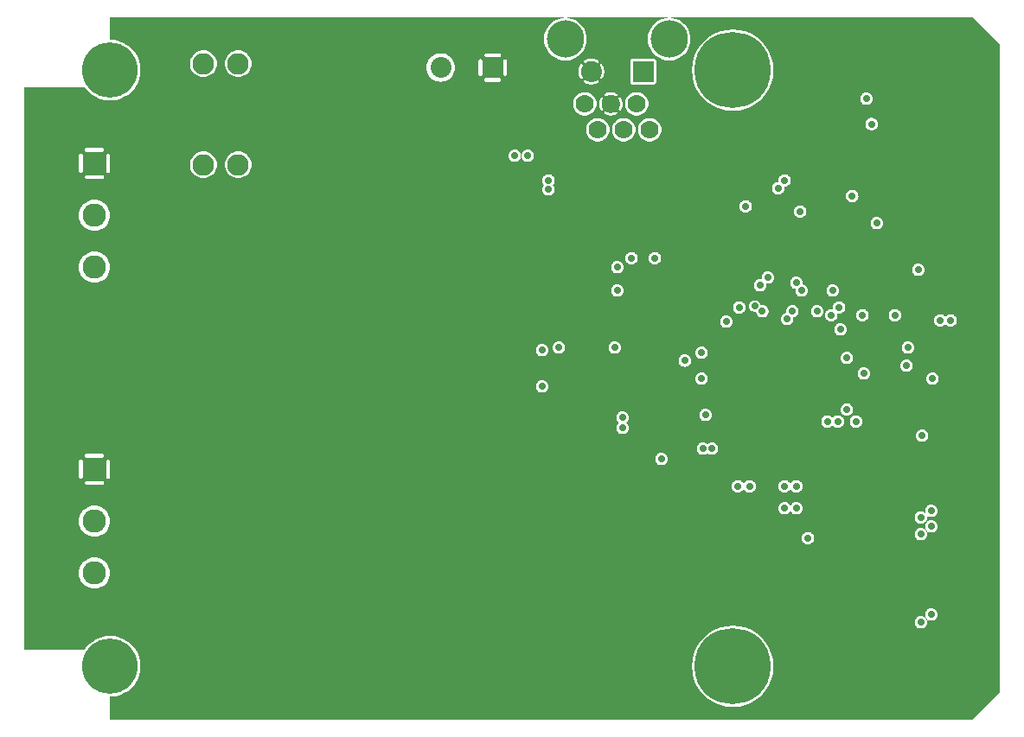
<source format=gbr>
G04 start of page 3 for group 1 idx 2 *
G04 Title: (unknown), GND *
G04 Creator: pcb 20140316 *
G04 CreationDate: Thu 02 Jul 2020 08:39:24 PM GMT UTC *
G04 For: railfan *
G04 Format: Gerber/RS-274X *
G04 PCB-Dimensions (mil): 4000.00 2950.00 *
G04 PCB-Coordinate-Origin: lower left *
%MOIN*%
%FSLAX25Y25*%
%LNGROUP1*%
%ADD66C,0.0300*%
%ADD65C,0.1280*%
%ADD64C,0.0480*%
%ADD63C,0.1285*%
%ADD62C,0.0550*%
%ADD61C,0.0630*%
%ADD60C,0.0120*%
%ADD59C,0.0280*%
%ADD58C,0.0700*%
%ADD57C,0.0800*%
%ADD56C,0.1440*%
%ADD55C,0.2937*%
%ADD54C,0.2137*%
%ADD53C,0.0900*%
%ADD52C,0.0830*%
%ADD51C,0.0001*%
G54D51*G36*
X366996Y283000D02*X377500D01*
X388000Y272500D01*
Y22500D01*
X377500Y12000D01*
X366996D01*
Y164664D01*
X367000Y164670D01*
X367052Y164585D01*
X367298Y164298D01*
X367585Y164052D01*
X367907Y163855D01*
X368256Y163710D01*
X368623Y163622D01*
X369000Y163593D01*
X369377Y163622D01*
X369744Y163710D01*
X370093Y163855D01*
X370415Y164052D01*
X370702Y164298D01*
X370948Y164585D01*
X371145Y164907D01*
X371290Y165256D01*
X371378Y165623D01*
X371400Y166000D01*
X371378Y166377D01*
X371290Y166744D01*
X371145Y167093D01*
X370948Y167415D01*
X370702Y167702D01*
X370415Y167948D01*
X370093Y168145D01*
X369744Y168290D01*
X369377Y168378D01*
X369000Y168407D01*
X368623Y168378D01*
X368256Y168290D01*
X367907Y168145D01*
X367585Y167948D01*
X367298Y167702D01*
X367052Y167415D01*
X367000Y167330D01*
X366996Y167336D01*
Y283000D01*
G37*
G36*
X361996D02*X366996D01*
Y167336D01*
X366948Y167415D01*
X366702Y167702D01*
X366415Y167948D01*
X366093Y168145D01*
X365744Y168290D01*
X365377Y168378D01*
X365000Y168407D01*
X364623Y168378D01*
X364256Y168290D01*
X363907Y168145D01*
X363585Y167948D01*
X363298Y167702D01*
X363052Y167415D01*
X362855Y167093D01*
X362710Y166744D01*
X362622Y166377D01*
X362593Y166000D01*
X362622Y165623D01*
X362710Y165256D01*
X362855Y164907D01*
X363052Y164585D01*
X363298Y164298D01*
X363585Y164052D01*
X363907Y163855D01*
X364256Y163710D01*
X364623Y163622D01*
X365000Y163593D01*
X365377Y163622D01*
X365744Y163710D01*
X366093Y163855D01*
X366415Y164052D01*
X366702Y164298D01*
X366948Y164585D01*
X366996Y164664D01*
Y12000D01*
X361996D01*
Y50151D01*
X362244Y50210D01*
X362593Y50355D01*
X362915Y50552D01*
X363202Y50798D01*
X363448Y51085D01*
X363645Y51407D01*
X363790Y51756D01*
X363878Y52123D01*
X363900Y52500D01*
X363878Y52877D01*
X363790Y53244D01*
X363645Y53593D01*
X363448Y53915D01*
X363202Y54202D01*
X362915Y54448D01*
X362593Y54645D01*
X362244Y54790D01*
X361996Y54849D01*
Y84151D01*
X362244Y84210D01*
X362593Y84355D01*
X362915Y84552D01*
X363202Y84798D01*
X363448Y85085D01*
X363645Y85407D01*
X363790Y85756D01*
X363878Y86123D01*
X363900Y86500D01*
X363878Y86877D01*
X363790Y87244D01*
X363645Y87593D01*
X363448Y87915D01*
X363202Y88202D01*
X362915Y88448D01*
X362593Y88645D01*
X362244Y88790D01*
X361996Y88849D01*
Y90151D01*
X362244Y90210D01*
X362593Y90355D01*
X362915Y90552D01*
X363202Y90798D01*
X363448Y91085D01*
X363645Y91407D01*
X363790Y91756D01*
X363878Y92123D01*
X363900Y92500D01*
X363878Y92877D01*
X363790Y93244D01*
X363645Y93593D01*
X363448Y93915D01*
X363202Y94202D01*
X362915Y94448D01*
X362593Y94645D01*
X362244Y94790D01*
X361996Y94849D01*
Y141093D01*
X362000Y141093D01*
X362377Y141122D01*
X362744Y141210D01*
X363093Y141355D01*
X363415Y141552D01*
X363702Y141798D01*
X363948Y142085D01*
X364145Y142407D01*
X364290Y142756D01*
X364378Y143123D01*
X364400Y143500D01*
X364378Y143877D01*
X364290Y144244D01*
X364145Y144593D01*
X363948Y144915D01*
X363702Y145202D01*
X363415Y145448D01*
X363093Y145645D01*
X362744Y145790D01*
X362377Y145878D01*
X362000Y145907D01*
X361996Y145907D01*
Y283000D01*
G37*
G36*
X357996Y87651D02*X358244Y87710D01*
X358593Y87855D01*
X358915Y88052D01*
X359202Y88298D01*
X359448Y88585D01*
X359645Y88907D01*
X359790Y89256D01*
X359878Y89623D01*
X359900Y90000D01*
X359878Y90377D01*
X359790Y90744D01*
X359739Y90867D01*
X359798Y90798D01*
X360085Y90552D01*
X360407Y90355D01*
X360756Y90210D01*
X361123Y90122D01*
X361500Y90093D01*
X361877Y90122D01*
X361996Y90151D01*
Y88849D01*
X361877Y88878D01*
X361500Y88907D01*
X361123Y88878D01*
X360756Y88790D01*
X360407Y88645D01*
X360085Y88448D01*
X359798Y88202D01*
X359552Y87915D01*
X359355Y87593D01*
X359210Y87244D01*
X359122Y86877D01*
X359093Y86500D01*
X359122Y86123D01*
X359210Y85756D01*
X359355Y85407D01*
X359552Y85085D01*
X359798Y84798D01*
X360085Y84552D01*
X360407Y84355D01*
X360756Y84210D01*
X361123Y84122D01*
X361500Y84093D01*
X361877Y84122D01*
X361996Y84151D01*
Y54849D01*
X361877Y54878D01*
X361500Y54907D01*
X361123Y54878D01*
X360756Y54790D01*
X360407Y54645D01*
X360085Y54448D01*
X359798Y54202D01*
X359552Y53915D01*
X359355Y53593D01*
X359210Y53244D01*
X359122Y52877D01*
X359093Y52500D01*
X359122Y52123D01*
X359210Y51756D01*
X359355Y51407D01*
X359552Y51085D01*
X359798Y50798D01*
X360085Y50552D01*
X360407Y50355D01*
X360756Y50210D01*
X361123Y50122D01*
X361500Y50093D01*
X361877Y50122D01*
X361996Y50151D01*
Y12000D01*
X357996D01*
Y47151D01*
X358244Y47210D01*
X358593Y47355D01*
X358915Y47552D01*
X359202Y47798D01*
X359448Y48085D01*
X359645Y48407D01*
X359790Y48756D01*
X359878Y49123D01*
X359900Y49500D01*
X359878Y49877D01*
X359790Y50244D01*
X359645Y50593D01*
X359448Y50915D01*
X359202Y51202D01*
X358915Y51448D01*
X358593Y51645D01*
X358244Y51790D01*
X357996Y51849D01*
Y81151D01*
X358244Y81210D01*
X358593Y81355D01*
X358915Y81552D01*
X359202Y81798D01*
X359448Y82085D01*
X359645Y82407D01*
X359790Y82756D01*
X359878Y83123D01*
X359900Y83500D01*
X359878Y83877D01*
X359790Y84244D01*
X359645Y84593D01*
X359448Y84915D01*
X359202Y85202D01*
X358915Y85448D01*
X358593Y85645D01*
X358244Y85790D01*
X357996Y85849D01*
Y87651D01*
G37*
G36*
Y283000D02*X361996D01*
Y145907D01*
X361623Y145878D01*
X361256Y145790D01*
X360907Y145645D01*
X360585Y145448D01*
X360298Y145202D01*
X360052Y144915D01*
X359855Y144593D01*
X359710Y144244D01*
X359622Y143877D01*
X359593Y143500D01*
X359622Y143123D01*
X359710Y142756D01*
X359855Y142407D01*
X360052Y142085D01*
X360298Y141798D01*
X360585Y141552D01*
X360907Y141355D01*
X361256Y141210D01*
X361623Y141122D01*
X361996Y141093D01*
Y94849D01*
X361877Y94878D01*
X361500Y94907D01*
X361123Y94878D01*
X360756Y94790D01*
X360407Y94645D01*
X360085Y94448D01*
X359798Y94202D01*
X359552Y93915D01*
X359355Y93593D01*
X359210Y93244D01*
X359122Y92877D01*
X359093Y92500D01*
X359122Y92123D01*
X359210Y91756D01*
X359261Y91633D01*
X359202Y91702D01*
X358915Y91948D01*
X358593Y92145D01*
X358244Y92290D01*
X357996Y92349D01*
Y119093D01*
X358000Y119093D01*
X358377Y119122D01*
X358744Y119210D01*
X359093Y119355D01*
X359415Y119552D01*
X359702Y119798D01*
X359948Y120085D01*
X360145Y120407D01*
X360290Y120756D01*
X360378Y121123D01*
X360400Y121500D01*
X360378Y121877D01*
X360290Y122244D01*
X360145Y122593D01*
X359948Y122915D01*
X359702Y123202D01*
X359415Y123448D01*
X359093Y123645D01*
X358744Y123790D01*
X358377Y123878D01*
X358000Y123907D01*
X357996Y123907D01*
Y183622D01*
X358202Y183798D01*
X358448Y184085D01*
X358645Y184407D01*
X358790Y184756D01*
X358878Y185123D01*
X358900Y185500D01*
X358878Y185877D01*
X358790Y186244D01*
X358645Y186593D01*
X358448Y186915D01*
X358202Y187202D01*
X357996Y187378D01*
Y283000D01*
G37*
G36*
X352496D02*X357996D01*
Y187378D01*
X357915Y187448D01*
X357593Y187645D01*
X357244Y187790D01*
X356877Y187878D01*
X356500Y187907D01*
X356123Y187878D01*
X355756Y187790D01*
X355407Y187645D01*
X355085Y187448D01*
X354798Y187202D01*
X354552Y186915D01*
X354355Y186593D01*
X354210Y186244D01*
X354122Y185877D01*
X354093Y185500D01*
X354122Y185123D01*
X354210Y184756D01*
X354355Y184407D01*
X354552Y184085D01*
X354798Y183798D01*
X355085Y183552D01*
X355407Y183355D01*
X355756Y183210D01*
X356123Y183122D01*
X356500Y183093D01*
X356877Y183122D01*
X357244Y183210D01*
X357593Y183355D01*
X357915Y183552D01*
X357996Y183622D01*
Y123907D01*
X357623Y123878D01*
X357256Y123790D01*
X356907Y123645D01*
X356585Y123448D01*
X356298Y123202D01*
X356052Y122915D01*
X355855Y122593D01*
X355710Y122244D01*
X355622Y121877D01*
X355593Y121500D01*
X355622Y121123D01*
X355710Y120756D01*
X355855Y120407D01*
X356052Y120085D01*
X356298Y119798D01*
X356585Y119552D01*
X356907Y119355D01*
X357256Y119210D01*
X357623Y119122D01*
X357996Y119093D01*
Y92349D01*
X357877Y92378D01*
X357500Y92407D01*
X357123Y92378D01*
X356756Y92290D01*
X356407Y92145D01*
X356085Y91948D01*
X355798Y91702D01*
X355552Y91415D01*
X355355Y91093D01*
X355210Y90744D01*
X355122Y90377D01*
X355093Y90000D01*
X355122Y89623D01*
X355210Y89256D01*
X355355Y88907D01*
X355552Y88585D01*
X355798Y88298D01*
X356085Y88052D01*
X356407Y87855D01*
X356756Y87710D01*
X357123Y87622D01*
X357500Y87593D01*
X357877Y87622D01*
X357996Y87651D01*
Y85849D01*
X357877Y85878D01*
X357500Y85907D01*
X357123Y85878D01*
X356756Y85790D01*
X356407Y85645D01*
X356085Y85448D01*
X355798Y85202D01*
X355552Y84915D01*
X355355Y84593D01*
X355210Y84244D01*
X355122Y83877D01*
X355093Y83500D01*
X355122Y83123D01*
X355210Y82756D01*
X355355Y82407D01*
X355552Y82085D01*
X355798Y81798D01*
X356085Y81552D01*
X356407Y81355D01*
X356756Y81210D01*
X357123Y81122D01*
X357500Y81093D01*
X357877Y81122D01*
X357996Y81151D01*
Y51849D01*
X357877Y51878D01*
X357500Y51907D01*
X357123Y51878D01*
X356756Y51790D01*
X356407Y51645D01*
X356085Y51448D01*
X355798Y51202D01*
X355552Y50915D01*
X355355Y50593D01*
X355210Y50244D01*
X355122Y49877D01*
X355093Y49500D01*
X355122Y49123D01*
X355210Y48756D01*
X355355Y48407D01*
X355552Y48085D01*
X355798Y47798D01*
X356085Y47552D01*
X356407Y47355D01*
X356756Y47210D01*
X357123Y47122D01*
X357500Y47093D01*
X357877Y47122D01*
X357996Y47151D01*
Y12000D01*
X352496D01*
Y146151D01*
X352744Y146210D01*
X353093Y146355D01*
X353415Y146552D01*
X353702Y146798D01*
X353948Y147085D01*
X354145Y147407D01*
X354290Y147756D01*
X354378Y148123D01*
X354400Y148500D01*
X354378Y148877D01*
X354290Y149244D01*
X354145Y149593D01*
X353948Y149915D01*
X353702Y150202D01*
X353415Y150448D01*
X353093Y150645D01*
X352744Y150790D01*
X352496Y150849D01*
Y153093D01*
X352500Y153093D01*
X352877Y153122D01*
X353244Y153210D01*
X353593Y153355D01*
X353915Y153552D01*
X354202Y153798D01*
X354448Y154085D01*
X354645Y154407D01*
X354790Y154756D01*
X354878Y155123D01*
X354900Y155500D01*
X354878Y155877D01*
X354790Y156244D01*
X354645Y156593D01*
X354448Y156915D01*
X354202Y157202D01*
X353915Y157448D01*
X353593Y157645D01*
X353244Y157790D01*
X352877Y157878D01*
X352500Y157907D01*
X352496Y157907D01*
Y283000D01*
G37*
G36*
X347496D02*X352496D01*
Y157907D01*
X352123Y157878D01*
X351756Y157790D01*
X351407Y157645D01*
X351085Y157448D01*
X350798Y157202D01*
X350552Y156915D01*
X350355Y156593D01*
X350210Y156244D01*
X350122Y155877D01*
X350093Y155500D01*
X350122Y155123D01*
X350210Y154756D01*
X350355Y154407D01*
X350552Y154085D01*
X350798Y153798D01*
X351085Y153552D01*
X351407Y153355D01*
X351756Y153210D01*
X352123Y153122D01*
X352496Y153093D01*
Y150849D01*
X352377Y150878D01*
X352000Y150907D01*
X351623Y150878D01*
X351256Y150790D01*
X350907Y150645D01*
X350585Y150448D01*
X350298Y150202D01*
X350052Y149915D01*
X349855Y149593D01*
X349710Y149244D01*
X349622Y148877D01*
X349593Y148500D01*
X349622Y148123D01*
X349710Y147756D01*
X349855Y147407D01*
X350052Y147085D01*
X350298Y146798D01*
X350585Y146552D01*
X350907Y146355D01*
X351256Y146210D01*
X351623Y146122D01*
X352000Y146093D01*
X352377Y146122D01*
X352496Y146151D01*
Y12000D01*
X347496D01*
Y165593D01*
X347500Y165593D01*
X347877Y165622D01*
X348244Y165710D01*
X348593Y165855D01*
X348915Y166052D01*
X349202Y166298D01*
X349448Y166585D01*
X349645Y166907D01*
X349790Y167256D01*
X349878Y167623D01*
X349900Y168000D01*
X349878Y168377D01*
X349790Y168744D01*
X349645Y169093D01*
X349448Y169415D01*
X349202Y169702D01*
X348915Y169948D01*
X348593Y170145D01*
X348244Y170290D01*
X347877Y170378D01*
X347500Y170407D01*
X347496Y170407D01*
Y283000D01*
G37*
G36*
X340496D02*X347496D01*
Y170407D01*
X347123Y170378D01*
X346756Y170290D01*
X346407Y170145D01*
X346085Y169948D01*
X345798Y169702D01*
X345552Y169415D01*
X345355Y169093D01*
X345210Y168744D01*
X345122Y168377D01*
X345093Y168000D01*
X345122Y167623D01*
X345210Y167256D01*
X345355Y166907D01*
X345552Y166585D01*
X345798Y166298D01*
X346085Y166052D01*
X346407Y165855D01*
X346756Y165710D01*
X347123Y165622D01*
X347496Y165593D01*
Y12000D01*
X340496D01*
Y201093D01*
X340500Y201093D01*
X340877Y201122D01*
X341244Y201210D01*
X341593Y201355D01*
X341915Y201552D01*
X342202Y201798D01*
X342448Y202085D01*
X342645Y202407D01*
X342790Y202756D01*
X342878Y203123D01*
X342900Y203500D01*
X342878Y203877D01*
X342790Y204244D01*
X342645Y204593D01*
X342448Y204915D01*
X342202Y205202D01*
X341915Y205448D01*
X341593Y205645D01*
X341244Y205790D01*
X340877Y205878D01*
X340500Y205907D01*
X340496Y205907D01*
Y240364D01*
X340645Y240607D01*
X340790Y240956D01*
X340878Y241323D01*
X340900Y241700D01*
X340878Y242077D01*
X340790Y242444D01*
X340645Y242793D01*
X340496Y243036D01*
Y283000D01*
G37*
G36*
X334996D02*X340496D01*
Y243036D01*
X340448Y243115D01*
X340202Y243402D01*
X339915Y243648D01*
X339593Y243845D01*
X339244Y243990D01*
X338877Y244078D01*
X338500Y244107D01*
X338123Y244078D01*
X337756Y243990D01*
X337407Y243845D01*
X337085Y243648D01*
X336798Y243402D01*
X336552Y243115D01*
X336355Y242793D01*
X336210Y242444D01*
X336122Y242077D01*
X336093Y241700D01*
X336122Y241323D01*
X336210Y240956D01*
X336355Y240607D01*
X336552Y240285D01*
X336798Y239998D01*
X337085Y239752D01*
X337407Y239555D01*
X337756Y239410D01*
X338123Y239322D01*
X338500Y239293D01*
X338877Y239322D01*
X339244Y239410D01*
X339593Y239555D01*
X339915Y239752D01*
X340202Y239998D01*
X340448Y240285D01*
X340496Y240364D01*
Y205907D01*
X340123Y205878D01*
X339756Y205790D01*
X339407Y205645D01*
X339085Y205448D01*
X338798Y205202D01*
X338552Y204915D01*
X338355Y204593D01*
X338210Y204244D01*
X338122Y203877D01*
X338093Y203500D01*
X338122Y203123D01*
X338210Y202756D01*
X338355Y202407D01*
X338552Y202085D01*
X338798Y201798D01*
X339085Y201552D01*
X339407Y201355D01*
X339756Y201210D01*
X340123Y201122D01*
X340496Y201093D01*
Y12000D01*
X334996D01*
Y143153D01*
X335123Y143122D01*
X335500Y143093D01*
X335877Y143122D01*
X336244Y143210D01*
X336593Y143355D01*
X336915Y143552D01*
X337202Y143798D01*
X337448Y144085D01*
X337645Y144407D01*
X337790Y144756D01*
X337878Y145123D01*
X337900Y145500D01*
X337878Y145877D01*
X337790Y146244D01*
X337645Y146593D01*
X337448Y146915D01*
X337202Y147202D01*
X336915Y147448D01*
X336593Y147645D01*
X336244Y147790D01*
X335877Y147878D01*
X335500Y147907D01*
X335123Y147878D01*
X334996Y147847D01*
Y165593D01*
X335000Y165593D01*
X335377Y165622D01*
X335744Y165710D01*
X336093Y165855D01*
X336415Y166052D01*
X336702Y166298D01*
X336948Y166585D01*
X337145Y166907D01*
X337290Y167256D01*
X337378Y167623D01*
X337400Y168000D01*
X337378Y168377D01*
X337290Y168744D01*
X337145Y169093D01*
X336948Y169415D01*
X336702Y169702D01*
X336415Y169948D01*
X336093Y170145D01*
X335744Y170290D01*
X335377Y170378D01*
X335000Y170407D01*
X334996Y170407D01*
Y249628D01*
X335085Y249552D01*
X335407Y249355D01*
X335756Y249210D01*
X336123Y249122D01*
X336500Y249093D01*
X336877Y249122D01*
X337244Y249210D01*
X337593Y249355D01*
X337915Y249552D01*
X338202Y249798D01*
X338448Y250085D01*
X338645Y250407D01*
X338790Y250756D01*
X338878Y251123D01*
X338900Y251500D01*
X338878Y251877D01*
X338790Y252244D01*
X338645Y252593D01*
X338448Y252915D01*
X338202Y253202D01*
X337915Y253448D01*
X337593Y253645D01*
X337244Y253790D01*
X336877Y253878D01*
X336500Y253907D01*
X336123Y253878D01*
X335756Y253790D01*
X335407Y253645D01*
X335085Y253448D01*
X334996Y253372D01*
Y283000D01*
G37*
G36*
X331039D02*X334996D01*
Y253372D01*
X334798Y253202D01*
X334552Y252915D01*
X334355Y252593D01*
X334210Y252244D01*
X334122Y251877D01*
X334093Y251500D01*
X334122Y251123D01*
X334210Y250756D01*
X334355Y250407D01*
X334552Y250085D01*
X334798Y249798D01*
X334996Y249628D01*
Y170407D01*
X334623Y170378D01*
X334256Y170290D01*
X333907Y170145D01*
X333585Y169948D01*
X333298Y169702D01*
X333052Y169415D01*
X332855Y169093D01*
X332710Y168744D01*
X332622Y168377D01*
X332593Y168000D01*
X332622Y167623D01*
X332710Y167256D01*
X332855Y166907D01*
X333052Y166585D01*
X333298Y166298D01*
X333585Y166052D01*
X333907Y165855D01*
X334256Y165710D01*
X334623Y165622D01*
X334996Y165593D01*
Y147847D01*
X334756Y147790D01*
X334407Y147645D01*
X334085Y147448D01*
X333798Y147202D01*
X333552Y146915D01*
X333355Y146593D01*
X333210Y146244D01*
X333122Y145877D01*
X333093Y145500D01*
X333122Y145123D01*
X333210Y144756D01*
X333355Y144407D01*
X333552Y144085D01*
X333798Y143798D01*
X334085Y143552D01*
X334407Y143355D01*
X334756Y143210D01*
X334996Y143153D01*
Y12000D01*
X331039D01*
Y125091D01*
X331085Y125052D01*
X331407Y124855D01*
X331756Y124710D01*
X332123Y124622D01*
X332500Y124593D01*
X332877Y124622D01*
X333244Y124710D01*
X333593Y124855D01*
X333915Y125052D01*
X334202Y125298D01*
X334448Y125585D01*
X334645Y125907D01*
X334790Y126256D01*
X334878Y126623D01*
X334900Y127000D01*
X334878Y127377D01*
X334790Y127744D01*
X334645Y128093D01*
X334448Y128415D01*
X334202Y128702D01*
X333915Y128948D01*
X333593Y129145D01*
X333244Y129290D01*
X332877Y129378D01*
X332500Y129407D01*
X332123Y129378D01*
X331756Y129290D01*
X331407Y129145D01*
X331085Y128948D01*
X331039Y128909D01*
Y130334D01*
X331145Y130507D01*
X331290Y130856D01*
X331378Y131223D01*
X331400Y131600D01*
X331378Y131977D01*
X331290Y132344D01*
X331145Y132693D01*
X331039Y132866D01*
Y150234D01*
X331145Y150407D01*
X331290Y150756D01*
X331378Y151123D01*
X331400Y151500D01*
X331378Y151877D01*
X331290Y152244D01*
X331145Y152593D01*
X331039Y152766D01*
Y211593D01*
X331043Y211593D01*
X331420Y211622D01*
X331787Y211710D01*
X332136Y211855D01*
X332458Y212052D01*
X332745Y212298D01*
X332991Y212585D01*
X333188Y212907D01*
X333332Y213256D01*
X333421Y213623D01*
X333443Y214000D01*
X333421Y214377D01*
X333332Y214744D01*
X333188Y215093D01*
X332991Y215415D01*
X332745Y215702D01*
X332458Y215948D01*
X332136Y216145D01*
X331787Y216290D01*
X331420Y216378D01*
X331043Y216407D01*
X331039Y216407D01*
Y283000D01*
G37*
G36*
X326496D02*X331039D01*
Y216407D01*
X330666Y216378D01*
X330299Y216290D01*
X329950Y216145D01*
X329628Y215948D01*
X329341Y215702D01*
X329095Y215415D01*
X328898Y215093D01*
X328753Y214744D01*
X328665Y214377D01*
X328636Y214000D01*
X328665Y213623D01*
X328753Y213256D01*
X328898Y212907D01*
X329095Y212585D01*
X329341Y212298D01*
X329628Y212052D01*
X329950Y211855D01*
X330299Y211710D01*
X330666Y211622D01*
X331039Y211593D01*
Y152766D01*
X330948Y152915D01*
X330702Y153202D01*
X330415Y153448D01*
X330093Y153645D01*
X329744Y153790D01*
X329377Y153878D01*
X329000Y153907D01*
X328623Y153878D01*
X328256Y153790D01*
X327907Y153645D01*
X327585Y153448D01*
X327298Y153202D01*
X327052Y152915D01*
X326855Y152593D01*
X326710Y152244D01*
X326622Y151877D01*
X326593Y151500D01*
X326622Y151123D01*
X326710Y150756D01*
X326855Y150407D01*
X327052Y150085D01*
X327298Y149798D01*
X327585Y149552D01*
X327907Y149355D01*
X328256Y149210D01*
X328623Y149122D01*
X329000Y149093D01*
X329377Y149122D01*
X329744Y149210D01*
X330093Y149355D01*
X330415Y149552D01*
X330702Y149798D01*
X330948Y150085D01*
X331039Y150234D01*
Y132866D01*
X330948Y133015D01*
X330702Y133302D01*
X330415Y133548D01*
X330093Y133745D01*
X329744Y133890D01*
X329377Y133978D01*
X329000Y134007D01*
X328623Y133978D01*
X328256Y133890D01*
X327907Y133745D01*
X327585Y133548D01*
X327298Y133302D01*
X327052Y133015D01*
X326855Y132693D01*
X326710Y132344D01*
X326622Y131977D01*
X326593Y131600D01*
X326622Y131223D01*
X326710Y130856D01*
X326855Y130507D01*
X327052Y130185D01*
X327298Y129898D01*
X327585Y129652D01*
X327907Y129455D01*
X328256Y129310D01*
X328623Y129222D01*
X329000Y129193D01*
X329377Y129222D01*
X329744Y129310D01*
X330093Y129455D01*
X330415Y129652D01*
X330702Y129898D01*
X330948Y130185D01*
X331039Y130334D01*
Y128909D01*
X330798Y128702D01*
X330552Y128415D01*
X330355Y128093D01*
X330210Y127744D01*
X330122Y127377D01*
X330093Y127000D01*
X330122Y126623D01*
X330210Y126256D01*
X330355Y125907D01*
X330552Y125585D01*
X330798Y125298D01*
X331039Y125091D01*
Y12000D01*
X326496D01*
Y124815D01*
X326593Y124855D01*
X326915Y125052D01*
X327202Y125298D01*
X327448Y125585D01*
X327645Y125907D01*
X327790Y126256D01*
X327878Y126623D01*
X327900Y127000D01*
X327878Y127377D01*
X327790Y127744D01*
X327645Y128093D01*
X327448Y128415D01*
X327202Y128702D01*
X326915Y128948D01*
X326593Y129145D01*
X326496Y129185D01*
Y160093D01*
X326500Y160093D01*
X326877Y160122D01*
X327244Y160210D01*
X327593Y160355D01*
X327915Y160552D01*
X328202Y160798D01*
X328448Y161085D01*
X328645Y161407D01*
X328790Y161756D01*
X328878Y162123D01*
X328900Y162500D01*
X328878Y162877D01*
X328790Y163244D01*
X328645Y163593D01*
X328448Y163915D01*
X328202Y164202D01*
X327915Y164448D01*
X327593Y164645D01*
X327244Y164790D01*
X326877Y164878D01*
X326500Y164907D01*
X326496Y164907D01*
Y168651D01*
X326744Y168710D01*
X327093Y168855D01*
X327415Y169052D01*
X327702Y169298D01*
X327948Y169585D01*
X328145Y169907D01*
X328290Y170256D01*
X328378Y170623D01*
X328400Y171000D01*
X328378Y171377D01*
X328290Y171744D01*
X328145Y172093D01*
X327948Y172415D01*
X327702Y172702D01*
X327415Y172948D01*
X327093Y173145D01*
X326744Y173290D01*
X326496Y173349D01*
Y283000D01*
G37*
G36*
X323496Y125664D02*X323500Y125670D01*
X323552Y125585D01*
X323798Y125298D01*
X324085Y125052D01*
X324407Y124855D01*
X324756Y124710D01*
X325123Y124622D01*
X325500Y124593D01*
X325877Y124622D01*
X326244Y124710D01*
X326496Y124815D01*
Y12000D01*
X323496D01*
Y125664D01*
G37*
G36*
Y165651D02*X323744Y165710D01*
X324093Y165855D01*
X324415Y166052D01*
X324702Y166298D01*
X324948Y166585D01*
X325145Y166907D01*
X325290Y167256D01*
X325378Y167623D01*
X325400Y168000D01*
X325378Y168377D01*
X325300Y168700D01*
X325623Y168622D01*
X326000Y168593D01*
X326377Y168622D01*
X326496Y168651D01*
Y164907D01*
X326123Y164878D01*
X325756Y164790D01*
X325407Y164645D01*
X325085Y164448D01*
X324798Y164202D01*
X324552Y163915D01*
X324355Y163593D01*
X324210Y163244D01*
X324122Y162877D01*
X324093Y162500D01*
X324122Y162123D01*
X324210Y161756D01*
X324355Y161407D01*
X324552Y161085D01*
X324798Y160798D01*
X325085Y160552D01*
X325407Y160355D01*
X325756Y160210D01*
X326123Y160122D01*
X326496Y160093D01*
Y129185D01*
X326244Y129290D01*
X325877Y129378D01*
X325500Y129407D01*
X325123Y129378D01*
X324756Y129290D01*
X324407Y129145D01*
X324085Y128948D01*
X323798Y128702D01*
X323552Y128415D01*
X323500Y128330D01*
X323496Y128336D01*
Y165651D01*
G37*
G36*
Y283000D02*X326496D01*
Y173349D01*
X326377Y173378D01*
X326000Y173407D01*
X325623Y173378D01*
X325256Y173290D01*
X324907Y173145D01*
X324585Y172948D01*
X324298Y172702D01*
X324052Y172415D01*
X323855Y172093D01*
X323710Y171744D01*
X323622Y171377D01*
X323593Y171000D01*
X323622Y170623D01*
X323700Y170300D01*
X323496Y170349D01*
Y175093D01*
X323500Y175093D01*
X323877Y175122D01*
X324244Y175210D01*
X324593Y175355D01*
X324915Y175552D01*
X325202Y175798D01*
X325448Y176085D01*
X325645Y176407D01*
X325790Y176756D01*
X325878Y177123D01*
X325900Y177500D01*
X325878Y177877D01*
X325790Y178244D01*
X325645Y178593D01*
X325448Y178915D01*
X325202Y179202D01*
X324915Y179448D01*
X324593Y179645D01*
X324244Y179790D01*
X323877Y179878D01*
X323500Y179907D01*
X323496Y179907D01*
Y283000D01*
G37*
G36*
X317496D02*X323496D01*
Y179907D01*
X323123Y179878D01*
X322756Y179790D01*
X322407Y179645D01*
X322085Y179448D01*
X321798Y179202D01*
X321552Y178915D01*
X321355Y178593D01*
X321210Y178244D01*
X321122Y177877D01*
X321093Y177500D01*
X321122Y177123D01*
X321210Y176756D01*
X321355Y176407D01*
X321552Y176085D01*
X321798Y175798D01*
X322085Y175552D01*
X322407Y175355D01*
X322756Y175210D01*
X323123Y175122D01*
X323496Y175093D01*
Y170349D01*
X323377Y170378D01*
X323000Y170407D01*
X322623Y170378D01*
X322256Y170290D01*
X321907Y170145D01*
X321585Y169948D01*
X321298Y169702D01*
X321052Y169415D01*
X320855Y169093D01*
X320710Y168744D01*
X320622Y168377D01*
X320593Y168000D01*
X320622Y167623D01*
X320710Y167256D01*
X320855Y166907D01*
X321052Y166585D01*
X321298Y166298D01*
X321585Y166052D01*
X321907Y165855D01*
X322256Y165710D01*
X322623Y165622D01*
X323000Y165593D01*
X323377Y165622D01*
X323496Y165651D01*
Y128336D01*
X323448Y128415D01*
X323202Y128702D01*
X322915Y128948D01*
X322593Y129145D01*
X322244Y129290D01*
X321877Y129378D01*
X321500Y129407D01*
X321123Y129378D01*
X320756Y129290D01*
X320407Y129145D01*
X320085Y128948D01*
X319798Y128702D01*
X319552Y128415D01*
X319355Y128093D01*
X319210Y127744D01*
X319122Y127377D01*
X319093Y127000D01*
X319122Y126623D01*
X319210Y126256D01*
X319355Y125907D01*
X319552Y125585D01*
X319798Y125298D01*
X320085Y125052D01*
X320407Y124855D01*
X320756Y124710D01*
X321123Y124622D01*
X321500Y124593D01*
X321877Y124622D01*
X322244Y124710D01*
X322593Y124855D01*
X322915Y125052D01*
X323202Y125298D01*
X323448Y125585D01*
X323496Y125664D01*
Y12000D01*
X317496D01*
Y167093D01*
X317500Y167093D01*
X317877Y167122D01*
X318244Y167210D01*
X318593Y167355D01*
X318915Y167552D01*
X319202Y167798D01*
X319448Y168085D01*
X319645Y168407D01*
X319790Y168756D01*
X319878Y169123D01*
X319900Y169500D01*
X319878Y169877D01*
X319790Y170244D01*
X319645Y170593D01*
X319448Y170915D01*
X319202Y171202D01*
X318915Y171448D01*
X318593Y171645D01*
X318244Y171790D01*
X317877Y171878D01*
X317500Y171907D01*
X317496Y171907D01*
Y283000D01*
G37*
G36*
X313996D02*X317496D01*
Y171907D01*
X317123Y171878D01*
X316756Y171790D01*
X316407Y171645D01*
X316085Y171448D01*
X315798Y171202D01*
X315552Y170915D01*
X315355Y170593D01*
X315210Y170244D01*
X315122Y169877D01*
X315093Y169500D01*
X315122Y169123D01*
X315210Y168756D01*
X315355Y168407D01*
X315552Y168085D01*
X315798Y167798D01*
X316085Y167552D01*
X316407Y167355D01*
X316756Y167210D01*
X317123Y167122D01*
X317496Y167093D01*
Y12000D01*
X313996D01*
Y79593D01*
X314000Y79593D01*
X314377Y79622D01*
X314744Y79710D01*
X315093Y79855D01*
X315415Y80052D01*
X315702Y80298D01*
X315948Y80585D01*
X316145Y80907D01*
X316290Y81256D01*
X316378Y81623D01*
X316400Y82000D01*
X316378Y82377D01*
X316290Y82744D01*
X316145Y83093D01*
X315948Y83415D01*
X315702Y83702D01*
X315415Y83948D01*
X315093Y84145D01*
X314744Y84290D01*
X314377Y84378D01*
X314000Y84407D01*
X313996Y84407D01*
Y283000D01*
G37*
G36*
X310996D02*X313996D01*
Y84407D01*
X313623Y84378D01*
X313256Y84290D01*
X312907Y84145D01*
X312585Y83948D01*
X312298Y83702D01*
X312052Y83415D01*
X311855Y83093D01*
X311710Y82744D01*
X311622Y82377D01*
X311593Y82000D01*
X311622Y81623D01*
X311710Y81256D01*
X311855Y80907D01*
X312052Y80585D01*
X312298Y80298D01*
X312585Y80052D01*
X312907Y79855D01*
X313256Y79710D01*
X313623Y79622D01*
X313996Y79593D01*
Y12000D01*
X310996D01*
Y91622D01*
X311202Y91798D01*
X311448Y92085D01*
X311645Y92407D01*
X311790Y92756D01*
X311878Y93123D01*
X311900Y93500D01*
X311878Y93877D01*
X311790Y94244D01*
X311645Y94593D01*
X311448Y94915D01*
X311202Y95202D01*
X310996Y95378D01*
Y100122D01*
X311202Y100298D01*
X311448Y100585D01*
X311645Y100907D01*
X311790Y101256D01*
X311878Y101623D01*
X311900Y102000D01*
X311878Y102377D01*
X311790Y102744D01*
X311645Y103093D01*
X311448Y103415D01*
X311202Y103702D01*
X310996Y103878D01*
Y175153D01*
X311123Y175122D01*
X311500Y175093D01*
X311877Y175122D01*
X312244Y175210D01*
X312593Y175355D01*
X312915Y175552D01*
X313202Y175798D01*
X313448Y176085D01*
X313645Y176407D01*
X313790Y176756D01*
X313878Y177123D01*
X313900Y177500D01*
X313878Y177877D01*
X313790Y178244D01*
X313645Y178593D01*
X313448Y178915D01*
X313202Y179202D01*
X312915Y179448D01*
X312593Y179645D01*
X312244Y179790D01*
X311877Y179878D01*
X311820Y179882D01*
X311878Y180123D01*
X311900Y180500D01*
X311878Y180877D01*
X311790Y181244D01*
X311645Y181593D01*
X311448Y181915D01*
X311202Y182202D01*
X310996Y182378D01*
Y205593D01*
X311000Y205593D01*
X311377Y205622D01*
X311744Y205710D01*
X312093Y205855D01*
X312415Y206052D01*
X312702Y206298D01*
X312948Y206585D01*
X313145Y206907D01*
X313290Y207256D01*
X313378Y207623D01*
X313400Y208000D01*
X313378Y208377D01*
X313290Y208744D01*
X313145Y209093D01*
X312948Y209415D01*
X312702Y209702D01*
X312415Y209948D01*
X312093Y210145D01*
X311744Y210290D01*
X311377Y210378D01*
X311000Y210407D01*
X310996Y210407D01*
Y283000D01*
G37*
G36*
X303746Y91454D02*X303907Y91355D01*
X304256Y91210D01*
X304623Y91122D01*
X305000Y91093D01*
X305377Y91122D01*
X305744Y91210D01*
X306093Y91355D01*
X306415Y91552D01*
X306702Y91798D01*
X306948Y92085D01*
X307145Y92407D01*
X307250Y92661D01*
X307355Y92407D01*
X307552Y92085D01*
X307798Y91798D01*
X308085Y91552D01*
X308407Y91355D01*
X308756Y91210D01*
X309123Y91122D01*
X309500Y91093D01*
X309877Y91122D01*
X310244Y91210D01*
X310593Y91355D01*
X310915Y91552D01*
X310996Y91622D01*
Y12000D01*
X303746D01*
Y91454D01*
G37*
G36*
Y99954D02*X303907Y99855D01*
X304256Y99710D01*
X304623Y99622D01*
X305000Y99593D01*
X305377Y99622D01*
X305744Y99710D01*
X306093Y99855D01*
X306415Y100052D01*
X306702Y100298D01*
X306948Y100585D01*
X307145Y100907D01*
X307250Y101161D01*
X307355Y100907D01*
X307552Y100585D01*
X307798Y100298D01*
X308085Y100052D01*
X308407Y99855D01*
X308756Y99710D01*
X309123Y99622D01*
X309500Y99593D01*
X309877Y99622D01*
X310244Y99710D01*
X310593Y99855D01*
X310915Y100052D01*
X310996Y100122D01*
Y95378D01*
X310915Y95448D01*
X310593Y95645D01*
X310244Y95790D01*
X309877Y95878D01*
X309500Y95907D01*
X309123Y95878D01*
X308756Y95790D01*
X308407Y95645D01*
X308085Y95448D01*
X307798Y95202D01*
X307552Y94915D01*
X307355Y94593D01*
X307250Y94339D01*
X307145Y94593D01*
X306948Y94915D01*
X306702Y95202D01*
X306415Y95448D01*
X306093Y95645D01*
X305744Y95790D01*
X305377Y95878D01*
X305000Y95907D01*
X304623Y95878D01*
X304256Y95790D01*
X303907Y95645D01*
X303746Y95546D01*
Y99954D01*
G37*
G36*
Y283000D02*X310996D01*
Y210407D01*
X310623Y210378D01*
X310256Y210290D01*
X309907Y210145D01*
X309585Y209948D01*
X309298Y209702D01*
X309052Y209415D01*
X308855Y209093D01*
X308710Y208744D01*
X308622Y208377D01*
X308593Y208000D01*
X308622Y207623D01*
X308710Y207256D01*
X308855Y206907D01*
X309052Y206585D01*
X309298Y206298D01*
X309585Y206052D01*
X309907Y205855D01*
X310256Y205710D01*
X310623Y205622D01*
X310996Y205593D01*
Y182378D01*
X310915Y182448D01*
X310593Y182645D01*
X310244Y182790D01*
X309877Y182878D01*
X309500Y182907D01*
X309123Y182878D01*
X308756Y182790D01*
X308407Y182645D01*
X308085Y182448D01*
X307798Y182202D01*
X307552Y181915D01*
X307355Y181593D01*
X307210Y181244D01*
X307122Y180877D01*
X307093Y180500D01*
X307122Y180123D01*
X307210Y179756D01*
X307355Y179407D01*
X307552Y179085D01*
X307798Y178798D01*
X308085Y178552D01*
X308407Y178355D01*
X308756Y178210D01*
X309123Y178122D01*
X309180Y178118D01*
X309122Y177877D01*
X309093Y177500D01*
X309122Y177123D01*
X309210Y176756D01*
X309355Y176407D01*
X309552Y176085D01*
X309798Y175798D01*
X310085Y175552D01*
X310407Y175355D01*
X310756Y175210D01*
X310996Y175153D01*
Y103878D01*
X310915Y103948D01*
X310593Y104145D01*
X310244Y104290D01*
X309877Y104378D01*
X309500Y104407D01*
X309123Y104378D01*
X308756Y104290D01*
X308407Y104145D01*
X308085Y103948D01*
X307798Y103702D01*
X307552Y103415D01*
X307355Y103093D01*
X307250Y102839D01*
X307145Y103093D01*
X306948Y103415D01*
X306702Y103702D01*
X306415Y103948D01*
X306093Y104145D01*
X305744Y104290D01*
X305377Y104378D01*
X305000Y104407D01*
X304623Y104378D01*
X304256Y104290D01*
X303907Y104145D01*
X303746Y104046D01*
Y165669D01*
X303855Y165407D01*
X304052Y165085D01*
X304298Y164798D01*
X304585Y164552D01*
X304907Y164355D01*
X305256Y164210D01*
X305623Y164122D01*
X306000Y164093D01*
X306377Y164122D01*
X306744Y164210D01*
X307093Y164355D01*
X307415Y164552D01*
X307702Y164798D01*
X307948Y165085D01*
X308145Y165407D01*
X308290Y165756D01*
X308378Y166123D01*
X308400Y166500D01*
X308378Y166877D01*
X308320Y167118D01*
X308377Y167122D01*
X308744Y167210D01*
X309093Y167355D01*
X309415Y167552D01*
X309702Y167798D01*
X309948Y168085D01*
X310145Y168407D01*
X310290Y168756D01*
X310378Y169123D01*
X310400Y169500D01*
X310378Y169877D01*
X310290Y170244D01*
X310145Y170593D01*
X309948Y170915D01*
X309702Y171202D01*
X309415Y171448D01*
X309093Y171645D01*
X308744Y171790D01*
X308377Y171878D01*
X308000Y171907D01*
X307623Y171878D01*
X307256Y171790D01*
X306907Y171645D01*
X306585Y171448D01*
X306298Y171202D01*
X306052Y170915D01*
X305855Y170593D01*
X305710Y170244D01*
X305622Y169877D01*
X305593Y169500D01*
X305622Y169123D01*
X305680Y168882D01*
X305623Y168878D01*
X305256Y168790D01*
X304907Y168645D01*
X304585Y168448D01*
X304298Y168202D01*
X304052Y167915D01*
X303855Y167593D01*
X303746Y167331D01*
Y214949D01*
X303915Y215052D01*
X304202Y215298D01*
X304448Y215585D01*
X304645Y215907D01*
X304790Y216256D01*
X304878Y216623D01*
X304900Y217000D01*
X304878Y217377D01*
X304823Y217607D01*
X305000Y217593D01*
X305377Y217622D01*
X305744Y217710D01*
X306093Y217855D01*
X306415Y218052D01*
X306702Y218298D01*
X306948Y218585D01*
X307145Y218907D01*
X307290Y219256D01*
X307378Y219623D01*
X307400Y220000D01*
X307378Y220377D01*
X307290Y220744D01*
X307145Y221093D01*
X306948Y221415D01*
X306702Y221702D01*
X306415Y221948D01*
X306093Y222145D01*
X305744Y222290D01*
X305377Y222378D01*
X305000Y222407D01*
X304623Y222378D01*
X304256Y222290D01*
X303907Y222145D01*
X303746Y222046D01*
Y283000D01*
G37*
G36*
X296996D02*X303746D01*
Y222046D01*
X303585Y221948D01*
X303298Y221702D01*
X303052Y221415D01*
X302855Y221093D01*
X302710Y220744D01*
X302622Y220377D01*
X302593Y220000D01*
X302622Y219623D01*
X302677Y219393D01*
X302500Y219407D01*
X302123Y219378D01*
X301756Y219290D01*
X301407Y219145D01*
X301085Y218948D01*
X300798Y218702D01*
X300552Y218415D01*
X300355Y218093D01*
X300210Y217744D01*
X300122Y217377D01*
X300093Y217000D01*
X300122Y216623D01*
X300210Y216256D01*
X300355Y215907D01*
X300552Y215585D01*
X300798Y215298D01*
X301085Y215052D01*
X301407Y214855D01*
X301756Y214710D01*
X302123Y214622D01*
X302500Y214593D01*
X302877Y214622D01*
X303244Y214710D01*
X303593Y214855D01*
X303746Y214949D01*
Y167331D01*
X303710Y167244D01*
X303622Y166877D01*
X303593Y166500D01*
X303622Y166123D01*
X303710Y165756D01*
X303746Y165669D01*
Y104046D01*
X303585Y103948D01*
X303298Y103702D01*
X303052Y103415D01*
X302855Y103093D01*
X302710Y102744D01*
X302622Y102377D01*
X302593Y102000D01*
X302622Y101623D01*
X302710Y101256D01*
X302855Y100907D01*
X303052Y100585D01*
X303298Y100298D01*
X303585Y100052D01*
X303746Y99954D01*
Y95546D01*
X303585Y95448D01*
X303298Y95202D01*
X303052Y94915D01*
X302855Y94593D01*
X302710Y94244D01*
X302622Y93877D01*
X302593Y93500D01*
X302622Y93123D01*
X302710Y92756D01*
X302855Y92407D01*
X303052Y92085D01*
X303298Y91798D01*
X303585Y91552D01*
X303746Y91454D01*
Y12000D01*
X296996D01*
Y22396D01*
X297728Y23253D01*
X299018Y25358D01*
X299962Y27638D01*
X300539Y30039D01*
X300684Y32500D01*
X300539Y34961D01*
X299962Y37362D01*
X299018Y39642D01*
X297728Y41747D01*
X296996Y42604D01*
Y167175D01*
X297144Y167210D01*
X297493Y167355D01*
X297815Y167552D01*
X298102Y167798D01*
X298348Y168085D01*
X298545Y168407D01*
X298690Y168756D01*
X298778Y169123D01*
X298800Y169500D01*
X298778Y169877D01*
X298690Y170244D01*
X298545Y170593D01*
X298348Y170915D01*
X298102Y171202D01*
X297815Y171448D01*
X297493Y171645D01*
X297144Y171790D01*
X296996Y171825D01*
Y177622D01*
X297202Y177798D01*
X297448Y178085D01*
X297645Y178407D01*
X297790Y178756D01*
X297878Y179123D01*
X297900Y179500D01*
X297878Y179877D01*
X297800Y180200D01*
X298123Y180122D01*
X298500Y180093D01*
X298877Y180122D01*
X299244Y180210D01*
X299593Y180355D01*
X299915Y180552D01*
X300202Y180798D01*
X300448Y181085D01*
X300645Y181407D01*
X300790Y181756D01*
X300878Y182123D01*
X300900Y182500D01*
X300878Y182877D01*
X300790Y183244D01*
X300645Y183593D01*
X300448Y183915D01*
X300202Y184202D01*
X299915Y184448D01*
X299593Y184645D01*
X299244Y184790D01*
X298877Y184878D01*
X298500Y184907D01*
X298123Y184878D01*
X297756Y184790D01*
X297407Y184645D01*
X297085Y184448D01*
X296996Y184372D01*
Y252396D01*
X297728Y253253D01*
X299018Y255358D01*
X299962Y257638D01*
X300539Y260039D01*
X300684Y262500D01*
X300539Y264961D01*
X299962Y267362D01*
X299018Y269642D01*
X297728Y271747D01*
X296996Y272604D01*
Y283000D01*
G37*
G36*
X282496Y16972D02*X282539Y16961D01*
X285000Y16768D01*
X287461Y16961D01*
X289862Y17538D01*
X292142Y18482D01*
X294247Y19772D01*
X296124Y21376D01*
X296996Y22396D01*
Y12000D01*
X282496D01*
Y16972D01*
G37*
G36*
X289996Y247593D02*X292142Y248482D01*
X294247Y249772D01*
X296124Y251376D01*
X296996Y252396D01*
Y184372D01*
X296798Y184202D01*
X296552Y183915D01*
X296355Y183593D01*
X296210Y183244D01*
X296122Y182877D01*
X296093Y182500D01*
X296122Y182123D01*
X296200Y181800D01*
X295877Y181878D01*
X295500Y181907D01*
X295123Y181878D01*
X294756Y181790D01*
X294407Y181645D01*
X294085Y181448D01*
X293798Y181202D01*
X293552Y180915D01*
X293355Y180593D01*
X293210Y180244D01*
X293122Y179877D01*
X293093Y179500D01*
X293122Y179123D01*
X293210Y178756D01*
X293355Y178407D01*
X293552Y178085D01*
X293798Y177798D01*
X294085Y177552D01*
X294407Y177355D01*
X294756Y177210D01*
X295123Y177122D01*
X295500Y177093D01*
X295877Y177122D01*
X296244Y177210D01*
X296593Y177355D01*
X296915Y177552D01*
X296996Y177622D01*
Y171825D01*
X296777Y171878D01*
X296400Y171907D01*
X296023Y171878D01*
X295683Y171796D01*
X295680Y171845D01*
X295599Y172182D01*
X295466Y172502D01*
X295285Y172797D01*
X295060Y173060D01*
X294797Y173285D01*
X294502Y173466D01*
X294182Y173599D01*
X293845Y173680D01*
X293500Y173707D01*
X293155Y173680D01*
X292818Y173599D01*
X292498Y173466D01*
X292203Y173285D01*
X291940Y173060D01*
X291715Y172797D01*
X291534Y172502D01*
X291401Y172182D01*
X291320Y171845D01*
X291293Y171500D01*
X291320Y171155D01*
X291401Y170818D01*
X291534Y170498D01*
X291715Y170203D01*
X291940Y169940D01*
X292203Y169715D01*
X292498Y169534D01*
X292818Y169401D01*
X293155Y169320D01*
X293500Y169293D01*
X293845Y169320D01*
X294004Y169358D01*
X294022Y169123D01*
X294110Y168756D01*
X294255Y168407D01*
X294452Y168085D01*
X294698Y167798D01*
X294985Y167552D01*
X295307Y167355D01*
X295656Y167210D01*
X296023Y167122D01*
X296400Y167093D01*
X296777Y167122D01*
X296996Y167175D01*
Y42604D01*
X296124Y43624D01*
X294247Y45228D01*
X292142Y46518D01*
X289996Y47407D01*
Y100128D01*
X290085Y100052D01*
X290407Y99855D01*
X290756Y99710D01*
X291123Y99622D01*
X291500Y99593D01*
X291877Y99622D01*
X292244Y99710D01*
X292593Y99855D01*
X292915Y100052D01*
X293202Y100298D01*
X293448Y100585D01*
X293645Y100907D01*
X293790Y101256D01*
X293878Y101623D01*
X293900Y102000D01*
X293878Y102377D01*
X293790Y102744D01*
X293645Y103093D01*
X293448Y103415D01*
X293202Y103702D01*
X292915Y103948D01*
X292593Y104145D01*
X292244Y104290D01*
X291877Y104378D01*
X291500Y104407D01*
X291123Y104378D01*
X290756Y104290D01*
X290407Y104145D01*
X290085Y103948D01*
X289996Y103872D01*
Y207593D01*
X290000Y207593D01*
X290377Y207622D01*
X290744Y207710D01*
X291093Y207855D01*
X291415Y208052D01*
X291702Y208298D01*
X291948Y208585D01*
X292145Y208907D01*
X292290Y209256D01*
X292378Y209623D01*
X292400Y210000D01*
X292378Y210377D01*
X292290Y210744D01*
X292145Y211093D01*
X291948Y211415D01*
X291702Y211702D01*
X291415Y211948D01*
X291093Y212145D01*
X290744Y212290D01*
X290377Y212378D01*
X290000Y212407D01*
X289996Y212407D01*
Y247593D01*
G37*
G36*
Y47407D02*X289862Y47462D01*
X287496Y48030D01*
Y99651D01*
X287744Y99710D01*
X288093Y99855D01*
X288415Y100052D01*
X288702Y100298D01*
X288948Y100585D01*
X289145Y100907D01*
X289250Y101161D01*
X289355Y100907D01*
X289552Y100585D01*
X289798Y100298D01*
X289996Y100128D01*
Y47407D01*
G37*
G36*
X287496Y246970D02*X289862Y247538D01*
X289996Y247593D01*
Y212407D01*
X289623Y212378D01*
X289256Y212290D01*
X288907Y212145D01*
X288585Y211948D01*
X288298Y211702D01*
X288052Y211415D01*
X287855Y211093D01*
X287710Y210744D01*
X287622Y210377D01*
X287593Y210000D01*
X287622Y209623D01*
X287710Y209256D01*
X287855Y208907D01*
X288052Y208585D01*
X288298Y208298D01*
X288585Y208052D01*
X288907Y207855D01*
X289256Y207710D01*
X289623Y207622D01*
X289996Y207593D01*
Y103872D01*
X289798Y103702D01*
X289552Y103415D01*
X289355Y103093D01*
X289250Y102839D01*
X289145Y103093D01*
X288948Y103415D01*
X288702Y103702D01*
X288415Y103948D01*
X288093Y104145D01*
X287744Y104290D01*
X287496Y104349D01*
Y168593D01*
X287500Y168593D01*
X287877Y168622D01*
X288244Y168710D01*
X288593Y168855D01*
X288915Y169052D01*
X289202Y169298D01*
X289448Y169585D01*
X289645Y169907D01*
X289790Y170256D01*
X289878Y170623D01*
X289900Y171000D01*
X289878Y171377D01*
X289790Y171744D01*
X289645Y172093D01*
X289448Y172415D01*
X289202Y172702D01*
X288915Y172948D01*
X288593Y173145D01*
X288244Y173290D01*
X287877Y173378D01*
X287500Y173407D01*
X287496Y173407D01*
Y246970D01*
G37*
G36*
X282496Y246972D02*X282539Y246961D01*
X285000Y246768D01*
X287461Y246961D01*
X287496Y246970D01*
Y173407D01*
X287123Y173378D01*
X286756Y173290D01*
X286407Y173145D01*
X286085Y172948D01*
X285798Y172702D01*
X285552Y172415D01*
X285355Y172093D01*
X285210Y171744D01*
X285122Y171377D01*
X285093Y171000D01*
X285122Y170623D01*
X285210Y170256D01*
X285355Y169907D01*
X285552Y169585D01*
X285798Y169298D01*
X286085Y169052D01*
X286407Y168855D01*
X286756Y168710D01*
X287123Y168622D01*
X287496Y168593D01*
Y104349D01*
X287377Y104378D01*
X287000Y104407D01*
X286623Y104378D01*
X286256Y104290D01*
X285907Y104145D01*
X285585Y103948D01*
X285298Y103702D01*
X285052Y103415D01*
X284855Y103093D01*
X284710Y102744D01*
X284622Y102377D01*
X284593Y102000D01*
X284622Y101623D01*
X284710Y101256D01*
X284855Y100907D01*
X285052Y100585D01*
X285298Y100298D01*
X285585Y100052D01*
X285907Y99855D01*
X286256Y99710D01*
X286623Y99622D01*
X287000Y99593D01*
X287377Y99622D01*
X287496Y99651D01*
Y48030D01*
X287461Y48039D01*
X285000Y48232D01*
X282539Y48039D01*
X282496Y48028D01*
Y163093D01*
X282500Y163093D01*
X282877Y163122D01*
X283244Y163210D01*
X283593Y163355D01*
X283915Y163552D01*
X284202Y163798D01*
X284448Y164085D01*
X284645Y164407D01*
X284790Y164756D01*
X284878Y165123D01*
X284900Y165500D01*
X284878Y165877D01*
X284790Y166244D01*
X284645Y166593D01*
X284448Y166915D01*
X284202Y167202D01*
X283915Y167448D01*
X283593Y167645D01*
X283244Y167790D01*
X282877Y167878D01*
X282500Y167907D01*
X282496Y167907D01*
Y246972D01*
G37*
G36*
Y283000D02*X296996D01*
Y272604D01*
X296124Y273624D01*
X294247Y275228D01*
X292142Y276518D01*
X289862Y277462D01*
X287461Y278039D01*
X285000Y278232D01*
X282539Y278039D01*
X282496Y278028D01*
Y283000D01*
G37*
G36*
X272996Y22405D02*X273876Y21376D01*
X275753Y19772D01*
X277858Y18482D01*
X280138Y17538D01*
X282496Y16972D01*
Y12000D01*
X272996D01*
Y22405D01*
G37*
G36*
Y252405D02*X273876Y251376D01*
X275753Y249772D01*
X277858Y248482D01*
X280138Y247538D01*
X282496Y246972D01*
Y167907D01*
X282123Y167878D01*
X281756Y167790D01*
X281407Y167645D01*
X281085Y167448D01*
X280798Y167202D01*
X280552Y166915D01*
X280355Y166593D01*
X280210Y166244D01*
X280122Y165877D01*
X280093Y165500D01*
X280122Y165123D01*
X280210Y164756D01*
X280355Y164407D01*
X280552Y164085D01*
X280798Y163798D01*
X281085Y163552D01*
X281407Y163355D01*
X281756Y163210D01*
X282123Y163122D01*
X282496Y163093D01*
Y48028D01*
X280138Y47462D01*
X277858Y46518D01*
X275753Y45228D01*
X273876Y43624D01*
X272996Y42595D01*
Y114153D01*
X273123Y114122D01*
X273500Y114093D01*
X273877Y114122D01*
X274244Y114210D01*
X274593Y114355D01*
X274915Y114552D01*
X275202Y114798D01*
X275250Y114854D01*
X275298Y114798D01*
X275585Y114552D01*
X275907Y114355D01*
X276256Y114210D01*
X276623Y114122D01*
X277000Y114093D01*
X277377Y114122D01*
X277744Y114210D01*
X278093Y114355D01*
X278415Y114552D01*
X278702Y114798D01*
X278948Y115085D01*
X279145Y115407D01*
X279290Y115756D01*
X279378Y116123D01*
X279400Y116500D01*
X279378Y116877D01*
X279290Y117244D01*
X279145Y117593D01*
X278948Y117915D01*
X278702Y118202D01*
X278415Y118448D01*
X278093Y118645D01*
X277744Y118790D01*
X277377Y118878D01*
X277000Y118907D01*
X276623Y118878D01*
X276256Y118790D01*
X275907Y118645D01*
X275585Y118448D01*
X275298Y118202D01*
X275250Y118146D01*
X275202Y118202D01*
X274915Y118448D01*
X274593Y118645D01*
X274244Y118790D01*
X273877Y118878D01*
X273500Y118907D01*
X273123Y118878D01*
X272996Y118847D01*
Y127628D01*
X273085Y127552D01*
X273407Y127355D01*
X273756Y127210D01*
X274123Y127122D01*
X274500Y127093D01*
X274877Y127122D01*
X275244Y127210D01*
X275593Y127355D01*
X275915Y127552D01*
X276202Y127798D01*
X276448Y128085D01*
X276645Y128407D01*
X276790Y128756D01*
X276878Y129123D01*
X276900Y129500D01*
X276878Y129877D01*
X276790Y130244D01*
X276645Y130593D01*
X276448Y130915D01*
X276202Y131202D01*
X275915Y131448D01*
X275593Y131645D01*
X275244Y131790D01*
X274877Y131878D01*
X274500Y131907D01*
X274123Y131878D01*
X273756Y131790D01*
X273407Y131645D01*
X273085Y131448D01*
X272996Y131372D01*
Y141093D01*
X273000Y141093D01*
X273377Y141122D01*
X273744Y141210D01*
X274093Y141355D01*
X274415Y141552D01*
X274702Y141798D01*
X274948Y142085D01*
X275145Y142407D01*
X275290Y142756D01*
X275378Y143123D01*
X275400Y143500D01*
X275378Y143877D01*
X275290Y144244D01*
X275145Y144593D01*
X274948Y144915D01*
X274702Y145202D01*
X274415Y145448D01*
X274093Y145645D01*
X273744Y145790D01*
X273377Y145878D01*
X273000Y145907D01*
X272996Y145907D01*
Y151093D01*
X273000Y151093D01*
X273377Y151122D01*
X273744Y151210D01*
X274093Y151355D01*
X274415Y151552D01*
X274702Y151798D01*
X274948Y152085D01*
X275145Y152407D01*
X275290Y152756D01*
X275378Y153123D01*
X275400Y153500D01*
X275378Y153877D01*
X275290Y154244D01*
X275145Y154593D01*
X274948Y154915D01*
X274702Y155202D01*
X274415Y155448D01*
X274093Y155645D01*
X273744Y155790D01*
X273377Y155878D01*
X273000Y155907D01*
X272996Y155907D01*
Y252405D01*
G37*
G36*
Y283000D02*X282496D01*
Y278028D01*
X280138Y277462D01*
X277858Y276518D01*
X275753Y275228D01*
X273876Y273624D01*
X272996Y272595D01*
Y283000D01*
G37*
G36*
X266496D02*X272996D01*
Y272595D01*
X272272Y271747D01*
X270982Y269642D01*
X270038Y267362D01*
X269461Y264961D01*
X269268Y262500D01*
X269461Y260039D01*
X270038Y257638D01*
X270982Y255358D01*
X272272Y253253D01*
X272996Y252405D01*
Y155907D01*
X272623Y155878D01*
X272256Y155790D01*
X271907Y155645D01*
X271585Y155448D01*
X271298Y155202D01*
X271052Y154915D01*
X270855Y154593D01*
X270710Y154244D01*
X270622Y153877D01*
X270593Y153500D01*
X270622Y153123D01*
X270710Y152756D01*
X270855Y152407D01*
X271052Y152085D01*
X271298Y151798D01*
X271585Y151552D01*
X271907Y151355D01*
X272256Y151210D01*
X272623Y151122D01*
X272996Y151093D01*
Y145907D01*
X272623Y145878D01*
X272256Y145790D01*
X271907Y145645D01*
X271585Y145448D01*
X271298Y145202D01*
X271052Y144915D01*
X270855Y144593D01*
X270710Y144244D01*
X270622Y143877D01*
X270593Y143500D01*
X270622Y143123D01*
X270710Y142756D01*
X270855Y142407D01*
X271052Y142085D01*
X271298Y141798D01*
X271585Y141552D01*
X271907Y141355D01*
X272256Y141210D01*
X272623Y141122D01*
X272996Y141093D01*
Y131372D01*
X272798Y131202D01*
X272552Y130915D01*
X272355Y130593D01*
X272210Y130244D01*
X272122Y129877D01*
X272093Y129500D01*
X272122Y129123D01*
X272210Y128756D01*
X272355Y128407D01*
X272552Y128085D01*
X272798Y127798D01*
X272996Y127628D01*
Y118847D01*
X272756Y118790D01*
X272407Y118645D01*
X272085Y118448D01*
X271798Y118202D01*
X271552Y117915D01*
X271355Y117593D01*
X271210Y117244D01*
X271122Y116877D01*
X271093Y116500D01*
X271122Y116123D01*
X271210Y115756D01*
X271355Y115407D01*
X271552Y115085D01*
X271798Y114798D01*
X272085Y114552D01*
X272407Y114355D01*
X272756Y114210D01*
X272996Y114153D01*
Y42595D01*
X272272Y41747D01*
X270982Y39642D01*
X270038Y37362D01*
X269461Y34961D01*
X269268Y32500D01*
X269461Y30039D01*
X270038Y27638D01*
X270982Y25358D01*
X272272Y23253D01*
X272996Y22405D01*
Y12000D01*
X266496D01*
Y148046D01*
X266500Y148046D01*
X266877Y148075D01*
X267244Y148164D01*
X267593Y148308D01*
X267915Y148506D01*
X268202Y148751D01*
X268448Y149038D01*
X268645Y149360D01*
X268790Y149709D01*
X268878Y150077D01*
X268900Y150453D01*
X268878Y150830D01*
X268790Y151197D01*
X268645Y151546D01*
X268448Y151868D01*
X268202Y152155D01*
X267915Y152401D01*
X267593Y152598D01*
X267244Y152743D01*
X266877Y152831D01*
X266500Y152861D01*
X266496Y152860D01*
Y268895D01*
X267154Y269665D01*
X267829Y270766D01*
X268323Y271958D01*
X268624Y273213D01*
X268700Y274500D01*
X268624Y275787D01*
X268323Y277042D01*
X267829Y278234D01*
X267154Y279335D01*
X266496Y280105D01*
Y283000D01*
G37*
G36*
X257496Y266869D02*X257958Y266677D01*
X259213Y266376D01*
X260500Y266275D01*
X261787Y266376D01*
X263042Y266677D01*
X264234Y267171D01*
X265335Y267846D01*
X266316Y268684D01*
X266496Y268895D01*
Y152860D01*
X266123Y152831D01*
X265756Y152743D01*
X265407Y152598D01*
X265085Y152401D01*
X264798Y152155D01*
X264552Y151868D01*
X264355Y151546D01*
X264210Y151197D01*
X264122Y150830D01*
X264093Y150453D01*
X264122Y150077D01*
X264210Y149709D01*
X264355Y149360D01*
X264552Y149038D01*
X264798Y148751D01*
X265085Y148506D01*
X265407Y148308D01*
X265756Y148164D01*
X266123Y148075D01*
X266496Y148046D01*
Y12000D01*
X257496D01*
Y110093D01*
X257500Y110093D01*
X257877Y110122D01*
X258244Y110210D01*
X258593Y110355D01*
X258915Y110552D01*
X259202Y110798D01*
X259448Y111085D01*
X259645Y111407D01*
X259790Y111756D01*
X259878Y112123D01*
X259900Y112500D01*
X259878Y112877D01*
X259790Y113244D01*
X259645Y113593D01*
X259448Y113915D01*
X259202Y114202D01*
X258915Y114448D01*
X258593Y114645D01*
X258244Y114790D01*
X257877Y114878D01*
X257500Y114907D01*
X257496Y114907D01*
Y239437D01*
X257500Y239500D01*
X257496Y239563D01*
Y266869D01*
G37*
G36*
Y283000D02*X266496D01*
Y280105D01*
X266316Y280316D01*
X265335Y281154D01*
X264234Y281829D01*
X263042Y282323D01*
X261787Y282624D01*
X260500Y282725D01*
X259213Y282624D01*
X257958Y282323D01*
X257496Y282131D01*
Y283000D01*
G37*
G36*
X254996Y235456D02*X255049Y235478D01*
X255653Y235848D01*
X256192Y236308D01*
X256652Y236847D01*
X257022Y237451D01*
X257293Y238105D01*
X257458Y238794D01*
X257496Y239437D01*
Y114907D01*
X257123Y114878D01*
X256756Y114790D01*
X256407Y114645D01*
X256085Y114448D01*
X255798Y114202D01*
X255552Y113915D01*
X255355Y113593D01*
X255210Y113244D01*
X255122Y112877D01*
X255093Y112500D01*
X255122Y112123D01*
X255210Y111756D01*
X255355Y111407D01*
X255552Y111085D01*
X255798Y110798D01*
X256085Y110552D01*
X256407Y110355D01*
X256756Y110210D01*
X257123Y110122D01*
X257496Y110093D01*
Y12000D01*
X254996D01*
Y187593D01*
X255000Y187593D01*
X255377Y187622D01*
X255744Y187710D01*
X256093Y187855D01*
X256415Y188052D01*
X256702Y188298D01*
X256948Y188585D01*
X257145Y188907D01*
X257290Y189256D01*
X257378Y189623D01*
X257400Y190000D01*
X257378Y190377D01*
X257290Y190744D01*
X257145Y191093D01*
X256948Y191415D01*
X256702Y191702D01*
X256415Y191948D01*
X256093Y192145D01*
X255744Y192290D01*
X255377Y192378D01*
X255000Y192407D01*
X254996Y192407D01*
Y235456D01*
G37*
G36*
Y268417D02*X255665Y267846D01*
X256766Y267171D01*
X257496Y266869D01*
Y239563D01*
X257458Y240206D01*
X257293Y240895D01*
X257022Y241549D01*
X256652Y242153D01*
X256192Y242692D01*
X255653Y243152D01*
X255049Y243522D01*
X254996Y243544D01*
Y257131D01*
X255090Y257188D01*
X255209Y257291D01*
X255312Y257410D01*
X255394Y257545D01*
X255454Y257690D01*
X255491Y257843D01*
X255500Y258000D01*
X255491Y266157D01*
X255454Y266310D01*
X255394Y266455D01*
X255312Y266590D01*
X255209Y266709D01*
X255090Y266812D01*
X254996Y266869D01*
Y268417D01*
G37*
G36*
Y283000D02*X257496D01*
Y282131D01*
X256766Y281829D01*
X255665Y281154D01*
X254996Y280583D01*
Y283000D01*
G37*
G36*
Y243544D02*X254395Y243793D01*
X253706Y243958D01*
X253000Y244014D01*
X252294Y243958D01*
X251605Y243793D01*
X250951Y243522D01*
X250347Y243152D01*
X249808Y242692D01*
X249348Y242153D01*
X248978Y241549D01*
X248707Y240895D01*
X248542Y240206D01*
X248486Y239500D01*
X248542Y238794D01*
X248707Y238105D01*
X248978Y237451D01*
X249348Y236847D01*
X249808Y236308D01*
X250347Y235848D01*
X250951Y235478D01*
X251605Y235207D01*
X252294Y235042D01*
X253000Y234986D01*
X253706Y235042D01*
X254395Y235207D01*
X254996Y235456D01*
Y192407D01*
X254623Y192378D01*
X254256Y192290D01*
X253907Y192145D01*
X253585Y191948D01*
X253298Y191702D01*
X253052Y191415D01*
X252855Y191093D01*
X252710Y190744D01*
X252622Y190377D01*
X252593Y190000D01*
X252622Y189623D01*
X252710Y189256D01*
X252855Y188907D01*
X253052Y188585D01*
X253298Y188298D01*
X253585Y188052D01*
X253907Y187855D01*
X254256Y187710D01*
X254623Y187622D01*
X254996Y187593D01*
Y12000D01*
X245996D01*
Y187593D01*
X246000Y187593D01*
X246377Y187622D01*
X246744Y187710D01*
X247093Y187855D01*
X247415Y188052D01*
X247702Y188298D01*
X247948Y188585D01*
X248145Y188907D01*
X248290Y189256D01*
X248378Y189623D01*
X248400Y190000D01*
X248378Y190377D01*
X248290Y190744D01*
X248145Y191093D01*
X247948Y191415D01*
X247702Y191702D01*
X247415Y191948D01*
X247093Y192145D01*
X246744Y192290D01*
X246377Y192378D01*
X246000Y192407D01*
X245996Y192407D01*
Y236141D01*
X246192Y236308D01*
X246652Y236847D01*
X247022Y237451D01*
X247293Y238105D01*
X247458Y238794D01*
X247500Y239500D01*
X247458Y240206D01*
X247293Y240895D01*
X247022Y241549D01*
X246652Y242153D01*
X246192Y242692D01*
X245996Y242859D01*
Y245459D01*
X246605Y245207D01*
X247294Y245042D01*
X248000Y244986D01*
X248706Y245042D01*
X249395Y245207D01*
X250049Y245478D01*
X250653Y245848D01*
X251192Y246308D01*
X251652Y246847D01*
X252022Y247451D01*
X252293Y248105D01*
X252458Y248794D01*
X252500Y249500D01*
X252458Y250206D01*
X252293Y250895D01*
X252022Y251549D01*
X251652Y252153D01*
X251192Y252692D01*
X250653Y253152D01*
X250049Y253522D01*
X249395Y253793D01*
X248706Y253958D01*
X248000Y254014D01*
X247294Y253958D01*
X246605Y253793D01*
X245996Y253541D01*
Y257136D01*
X246045Y257106D01*
X246190Y257046D01*
X246343Y257009D01*
X246500Y257000D01*
X254657Y257009D01*
X254810Y257046D01*
X254955Y257106D01*
X254996Y257131D01*
Y243544D01*
G37*
G36*
X245996Y283000D02*X254996D01*
Y280583D01*
X254684Y280316D01*
X253846Y279335D01*
X253171Y278234D01*
X252677Y277042D01*
X252376Y275787D01*
X252275Y274500D01*
X252376Y273213D01*
X252677Y271958D01*
X253171Y270766D01*
X253846Y269665D01*
X254684Y268684D01*
X254996Y268417D01*
Y266869D01*
X254955Y266894D01*
X254810Y266954D01*
X254657Y266991D01*
X254500Y267000D01*
X246343Y266991D01*
X246190Y266954D01*
X246045Y266894D01*
X245996Y266864D01*
Y283000D01*
G37*
G36*
Y12000D02*X242496D01*
Y122093D01*
X242500Y122093D01*
X242877Y122122D01*
X243244Y122210D01*
X243593Y122355D01*
X243915Y122552D01*
X244202Y122798D01*
X244448Y123085D01*
X244645Y123407D01*
X244790Y123756D01*
X244878Y124123D01*
X244900Y124500D01*
X244878Y124877D01*
X244790Y125244D01*
X244645Y125593D01*
X244448Y125915D01*
X244202Y126202D01*
X243915Y126448D01*
X243830Y126500D01*
X243915Y126552D01*
X244202Y126798D01*
X244448Y127085D01*
X244645Y127407D01*
X244790Y127756D01*
X244878Y128123D01*
X244900Y128500D01*
X244878Y128877D01*
X244790Y129244D01*
X244645Y129593D01*
X244448Y129915D01*
X244202Y130202D01*
X243915Y130448D01*
X243593Y130645D01*
X243244Y130790D01*
X242877Y130878D01*
X242500Y130907D01*
X242496Y130907D01*
Y176164D01*
X242645Y176407D01*
X242790Y176756D01*
X242878Y177123D01*
X242900Y177500D01*
X242878Y177877D01*
X242790Y178244D01*
X242645Y178593D01*
X242496Y178836D01*
Y185164D01*
X242645Y185407D01*
X242790Y185756D01*
X242878Y186123D01*
X242900Y186500D01*
X242878Y186877D01*
X242790Y187244D01*
X242645Y187593D01*
X242496Y187836D01*
Y235026D01*
X243000Y234986D01*
X243706Y235042D01*
X244395Y235207D01*
X245049Y235478D01*
X245653Y235848D01*
X245996Y236141D01*
Y192407D01*
X245623Y192378D01*
X245256Y192290D01*
X244907Y192145D01*
X244585Y191948D01*
X244298Y191702D01*
X244052Y191415D01*
X243855Y191093D01*
X243710Y190744D01*
X243622Y190377D01*
X243593Y190000D01*
X243622Y189623D01*
X243710Y189256D01*
X243855Y188907D01*
X244052Y188585D01*
X244298Y188298D01*
X244585Y188052D01*
X244907Y187855D01*
X245256Y187710D01*
X245623Y187622D01*
X245996Y187593D01*
Y12000D01*
G37*
G36*
X242496Y283000D02*X245996D01*
Y266864D01*
X245910Y266812D01*
X245791Y266709D01*
X245688Y266590D01*
X245606Y266455D01*
X245546Y266310D01*
X245509Y266157D01*
X245500Y266000D01*
X245509Y257843D01*
X245546Y257690D01*
X245606Y257545D01*
X245688Y257410D01*
X245791Y257291D01*
X245910Y257188D01*
X245996Y257136D01*
Y253541D01*
X245951Y253522D01*
X245347Y253152D01*
X244808Y252692D01*
X244348Y252153D01*
X243978Y251549D01*
X243707Y250895D01*
X243542Y250206D01*
X243486Y249500D01*
X243542Y248794D01*
X243707Y248105D01*
X243978Y247451D01*
X244348Y246847D01*
X244808Y246308D01*
X245347Y245848D01*
X245951Y245478D01*
X245996Y245459D01*
Y242859D01*
X245653Y243152D01*
X245049Y243522D01*
X244395Y243793D01*
X243706Y243958D01*
X243000Y244014D01*
X242496Y243974D01*
Y249317D01*
X242504Y249500D01*
X242496Y249683D01*
Y283000D01*
G37*
G36*
X239496Y175318D02*X239756Y175210D01*
X240123Y175122D01*
X240500Y175093D01*
X240877Y175122D01*
X241244Y175210D01*
X241593Y175355D01*
X241915Y175552D01*
X242202Y175798D01*
X242448Y176085D01*
X242496Y176164D01*
Y130907D01*
X242123Y130878D01*
X241756Y130790D01*
X241407Y130645D01*
X241085Y130448D01*
X240798Y130202D01*
X240552Y129915D01*
X240355Y129593D01*
X240210Y129244D01*
X240122Y128877D01*
X240093Y128500D01*
X240122Y128123D01*
X240210Y127756D01*
X240355Y127407D01*
X240552Y127085D01*
X240798Y126798D01*
X241085Y126552D01*
X241170Y126500D01*
X241085Y126448D01*
X240798Y126202D01*
X240552Y125915D01*
X240355Y125593D01*
X240210Y125244D01*
X240122Y124877D01*
X240093Y124500D01*
X240122Y124123D01*
X240210Y123756D01*
X240355Y123407D01*
X240552Y123085D01*
X240798Y122798D01*
X241085Y122552D01*
X241407Y122355D01*
X241756Y122210D01*
X242123Y122122D01*
X242496Y122093D01*
Y12000D01*
X239496D01*
Y153093D01*
X239500Y153093D01*
X239877Y153122D01*
X240244Y153210D01*
X240593Y153355D01*
X240915Y153552D01*
X241202Y153798D01*
X241448Y154085D01*
X241645Y154407D01*
X241790Y154756D01*
X241878Y155123D01*
X241900Y155500D01*
X241878Y155877D01*
X241790Y156244D01*
X241645Y156593D01*
X241448Y156915D01*
X241202Y157202D01*
X240915Y157448D01*
X240593Y157645D01*
X240244Y157790D01*
X239877Y157878D01*
X239500Y157907D01*
X239496Y157907D01*
Y175318D01*
G37*
G36*
Y184318D02*X239756Y184210D01*
X240123Y184122D01*
X240500Y184093D01*
X240877Y184122D01*
X241244Y184210D01*
X241593Y184355D01*
X241915Y184552D01*
X242202Y184798D01*
X242448Y185085D01*
X242496Y185164D01*
Y178836D01*
X242448Y178915D01*
X242202Y179202D01*
X241915Y179448D01*
X241593Y179645D01*
X241244Y179790D01*
X240877Y179878D01*
X240500Y179907D01*
X240123Y179878D01*
X239756Y179790D01*
X239496Y179682D01*
Y184318D01*
G37*
G36*
Y236673D02*X239808Y236308D01*
X240347Y235848D01*
X240951Y235478D01*
X241605Y235207D01*
X242294Y235042D01*
X242496Y235026D01*
Y187836D01*
X242448Y187915D01*
X242202Y188202D01*
X241915Y188448D01*
X241593Y188645D01*
X241244Y188790D01*
X240877Y188878D01*
X240500Y188907D01*
X240123Y188878D01*
X239756Y188790D01*
X239496Y188682D01*
Y236673D01*
G37*
G36*
Y283000D02*X242496D01*
Y249683D01*
X242487Y249901D01*
X242433Y250300D01*
X242344Y250691D01*
X242221Y251074D01*
X242064Y251444D01*
X241874Y251798D01*
X241829Y251863D01*
X241774Y251920D01*
X241710Y251968D01*
X241640Y252004D01*
X241565Y252030D01*
X241487Y252044D01*
X241408Y252045D01*
X241329Y252033D01*
X241254Y252010D01*
X241183Y251975D01*
X241118Y251929D01*
X241061Y251874D01*
X241013Y251811D01*
X240976Y251741D01*
X240951Y251666D01*
X240937Y251588D01*
X240936Y251508D01*
X240948Y251430D01*
X240971Y251354D01*
X241007Y251284D01*
X241157Y251010D01*
X241279Y250723D01*
X241375Y250426D01*
X241444Y250121D01*
X241486Y249812D01*
X241500Y249500D01*
X241486Y249188D01*
X241444Y248879D01*
X241375Y248574D01*
X241279Y248277D01*
X241157Y247990D01*
X241010Y247714D01*
X240974Y247645D01*
X240951Y247569D01*
X240940Y247491D01*
X240941Y247413D01*
X240954Y247335D01*
X240980Y247261D01*
X241016Y247191D01*
X241064Y247128D01*
X241120Y247073D01*
X241184Y247028D01*
X241255Y246993D01*
X241330Y246970D01*
X241408Y246959D01*
X241487Y246960D01*
X241564Y246973D01*
X241639Y246999D01*
X241708Y247035D01*
X241771Y247083D01*
X241826Y247139D01*
X241870Y247204D01*
X242064Y247556D01*
X242221Y247926D01*
X242344Y248309D01*
X242433Y248700D01*
X242487Y249099D01*
X242496Y249317D01*
Y243974D01*
X242294Y243958D01*
X241605Y243793D01*
X240951Y243522D01*
X240347Y243152D01*
X239808Y242692D01*
X239496Y242327D01*
Y245254D01*
X239574Y245279D01*
X239944Y245436D01*
X240298Y245626D01*
X240363Y245671D01*
X240420Y245726D01*
X240468Y245790D01*
X240504Y245860D01*
X240530Y245935D01*
X240544Y246013D01*
X240545Y246092D01*
X240533Y246171D01*
X240510Y246246D01*
X240475Y246317D01*
X240429Y246382D01*
X240374Y246439D01*
X240311Y246487D01*
X240241Y246524D01*
X240166Y246549D01*
X240088Y246563D01*
X240008Y246564D01*
X239930Y246552D01*
X239854Y246529D01*
X239784Y246493D01*
X239510Y246343D01*
X239496Y246337D01*
Y252663D01*
X239510Y252657D01*
X239786Y252510D01*
X239855Y252474D01*
X239931Y252451D01*
X240009Y252440D01*
X240087Y252441D01*
X240165Y252454D01*
X240239Y252480D01*
X240309Y252516D01*
X240372Y252564D01*
X240427Y252620D01*
X240472Y252684D01*
X240507Y252755D01*
X240530Y252830D01*
X240541Y252908D01*
X240540Y252987D01*
X240527Y253064D01*
X240501Y253139D01*
X240465Y253208D01*
X240417Y253271D01*
X240361Y253326D01*
X240296Y253370D01*
X239944Y253564D01*
X239574Y253721D01*
X239496Y253746D01*
Y283000D01*
G37*
G36*
X234653D02*X239496D01*
Y253746D01*
X239191Y253844D01*
X238800Y253933D01*
X238401Y253987D01*
X238000Y254004D01*
X237599Y253987D01*
X237200Y253933D01*
X236809Y253844D01*
X236426Y253721D01*
X236056Y253564D01*
X235702Y253374D01*
X235637Y253329D01*
X235580Y253274D01*
X235532Y253210D01*
X235496Y253140D01*
X235470Y253065D01*
X235456Y252987D01*
X235455Y252908D01*
X235467Y252829D01*
X235490Y252754D01*
X235525Y252683D01*
X235571Y252618D01*
X235626Y252561D01*
X235689Y252513D01*
X235759Y252476D01*
X235834Y252451D01*
X235912Y252437D01*
X235992Y252436D01*
X236070Y252448D01*
X236146Y252471D01*
X236216Y252507D01*
X236490Y252657D01*
X236777Y252779D01*
X237074Y252875D01*
X237379Y252944D01*
X237688Y252986D01*
X238000Y253000D01*
X238312Y252986D01*
X238621Y252944D01*
X238926Y252875D01*
X239223Y252779D01*
X239496Y252663D01*
Y246337D01*
X239223Y246221D01*
X238926Y246125D01*
X238621Y246056D01*
X238312Y246014D01*
X238000Y246000D01*
X237688Y246014D01*
X237379Y246056D01*
X237074Y246125D01*
X236777Y246221D01*
X236490Y246343D01*
X236214Y246490D01*
X236145Y246526D01*
X236069Y246549D01*
X235991Y246560D01*
X235913Y246559D01*
X235835Y246546D01*
X235761Y246520D01*
X235691Y246484D01*
X235628Y246436D01*
X235573Y246380D01*
X235528Y246316D01*
X235493Y246245D01*
X235470Y246170D01*
X235459Y246092D01*
X235460Y246013D01*
X235473Y245936D01*
X235499Y245861D01*
X235535Y245792D01*
X235583Y245729D01*
X235639Y245674D01*
X235704Y245630D01*
X236056Y245436D01*
X236426Y245279D01*
X236809Y245156D01*
X237200Y245067D01*
X237599Y245013D01*
X238000Y244996D01*
X238401Y245013D01*
X238800Y245067D01*
X239191Y245156D01*
X239496Y245254D01*
Y242327D01*
X239348Y242153D01*
X238978Y241549D01*
X238707Y240895D01*
X238542Y240206D01*
X238486Y239500D01*
X238542Y238794D01*
X238707Y238105D01*
X238978Y237451D01*
X239348Y236847D01*
X239496Y236673D01*
Y188682D01*
X239407Y188645D01*
X239085Y188448D01*
X238798Y188202D01*
X238552Y187915D01*
X238355Y187593D01*
X238210Y187244D01*
X238122Y186877D01*
X238093Y186500D01*
X238122Y186123D01*
X238210Y185756D01*
X238355Y185407D01*
X238552Y185085D01*
X238798Y184798D01*
X239085Y184552D01*
X239407Y184355D01*
X239496Y184318D01*
Y179682D01*
X239407Y179645D01*
X239085Y179448D01*
X238798Y179202D01*
X238552Y178915D01*
X238355Y178593D01*
X238210Y178244D01*
X238122Y177877D01*
X238093Y177500D01*
X238122Y177123D01*
X238210Y176756D01*
X238355Y176407D01*
X238552Y176085D01*
X238798Y175798D01*
X239085Y175552D01*
X239407Y175355D01*
X239496Y175318D01*
Y157907D01*
X239123Y157878D01*
X238756Y157790D01*
X238407Y157645D01*
X238085Y157448D01*
X237798Y157202D01*
X237552Y156915D01*
X237355Y156593D01*
X237210Y156244D01*
X237122Y155877D01*
X237093Y155500D01*
X237122Y155123D01*
X237210Y154756D01*
X237355Y154407D01*
X237552Y154085D01*
X237798Y153798D01*
X238085Y153552D01*
X238407Y153355D01*
X238756Y153210D01*
X239123Y153122D01*
X239496Y153093D01*
Y12000D01*
X234653D01*
Y235314D01*
X235049Y235478D01*
X235653Y235848D01*
X236192Y236308D01*
X236652Y236847D01*
X237022Y237451D01*
X237293Y238105D01*
X237458Y238794D01*
X237500Y239500D01*
X237458Y240206D01*
X237293Y240895D01*
X237022Y241549D01*
X236652Y242153D01*
X236192Y242692D01*
X235653Y243152D01*
X235049Y243522D01*
X234653Y243686D01*
Y246964D01*
X234671Y246967D01*
X234746Y246990D01*
X234817Y247025D01*
X234882Y247071D01*
X234939Y247126D01*
X234987Y247189D01*
X235024Y247259D01*
X235049Y247334D01*
X235063Y247412D01*
X235064Y247492D01*
X235052Y247570D01*
X235029Y247646D01*
X234993Y247716D01*
X234843Y247990D01*
X234721Y248277D01*
X234653Y248487D01*
Y250513D01*
X234721Y250723D01*
X234843Y251010D01*
X234990Y251286D01*
X235026Y251355D01*
X235049Y251431D01*
X235060Y251509D01*
X235059Y251587D01*
X235046Y251665D01*
X235020Y251739D01*
X234984Y251809D01*
X234936Y251872D01*
X234880Y251927D01*
X234816Y251972D01*
X234745Y252007D01*
X234670Y252030D01*
X234653Y252032D01*
Y259238D01*
X234682Y259267D01*
X234728Y259331D01*
X234964Y259736D01*
X235157Y260165D01*
X235308Y260609D01*
X235418Y261066D01*
X235483Y261531D01*
X235506Y262000D01*
X235483Y262469D01*
X235418Y262934D01*
X235308Y263391D01*
X235157Y263835D01*
X234964Y264264D01*
X234732Y264672D01*
X234685Y264736D01*
X234653Y264768D01*
Y283000D01*
G37*
G36*
Y248487D02*X234625Y248574D01*
X234556Y248879D01*
X234514Y249188D01*
X234500Y249500D01*
X234514Y249812D01*
X234556Y250121D01*
X234625Y250426D01*
X234653Y250513D01*
Y248487D01*
G37*
G36*
Y12000D02*X230502D01*
Y235753D01*
X230951Y235478D01*
X231605Y235207D01*
X232294Y235042D01*
X233000Y234986D01*
X233706Y235042D01*
X234395Y235207D01*
X234653Y235314D01*
Y12000D01*
G37*
G36*
X230502Y283000D02*X234653D01*
Y264768D01*
X234628Y264792D01*
X234564Y264837D01*
X234492Y264872D01*
X234417Y264896D01*
X234338Y264907D01*
X234259Y264906D01*
X234180Y264893D01*
X234105Y264867D01*
X234035Y264830D01*
X233971Y264783D01*
X233916Y264726D01*
X233870Y264661D01*
X233835Y264590D01*
X233812Y264514D01*
X233800Y264435D01*
X233801Y264356D01*
X233815Y264278D01*
X233840Y264203D01*
X233879Y264133D01*
X234068Y263809D01*
X234221Y263467D01*
X234342Y263112D01*
X234430Y262746D01*
X234482Y262375D01*
X234500Y262000D01*
X234482Y261625D01*
X234430Y261254D01*
X234342Y260888D01*
X234221Y260533D01*
X234068Y260191D01*
X233882Y259865D01*
X233844Y259796D01*
X233819Y259721D01*
X233806Y259644D01*
X233805Y259565D01*
X233816Y259487D01*
X233839Y259412D01*
X233874Y259341D01*
X233919Y259277D01*
X233974Y259221D01*
X234037Y259173D01*
X234107Y259137D01*
X234181Y259112D01*
X234259Y259098D01*
X234338Y259097D01*
X234416Y259108D01*
X234491Y259132D01*
X234561Y259166D01*
X234626Y259212D01*
X234653Y259238D01*
Y252032D01*
X234592Y252041D01*
X234513Y252040D01*
X234436Y252027D01*
X234361Y252001D01*
X234292Y251965D01*
X234229Y251917D01*
X234174Y251861D01*
X234130Y251796D01*
X233936Y251444D01*
X233779Y251074D01*
X233656Y250691D01*
X233567Y250300D01*
X233513Y249901D01*
X233496Y249500D01*
X233513Y249099D01*
X233567Y248700D01*
X233656Y248309D01*
X233779Y247926D01*
X233936Y247556D01*
X234126Y247202D01*
X234171Y247137D01*
X234226Y247080D01*
X234290Y247032D01*
X234360Y246996D01*
X234435Y246970D01*
X234513Y246956D01*
X234592Y246955D01*
X234653Y246964D01*
Y243686D01*
X234395Y243793D01*
X233706Y243958D01*
X233000Y244014D01*
X232294Y243958D01*
X231605Y243793D01*
X230951Y243522D01*
X230502Y243247D01*
Y245756D01*
X230653Y245848D01*
X231192Y246308D01*
X231652Y246847D01*
X232022Y247451D01*
X232293Y248105D01*
X232458Y248794D01*
X232500Y249500D01*
X232458Y250206D01*
X232293Y250895D01*
X232022Y251549D01*
X231652Y252153D01*
X231192Y252692D01*
X230653Y253152D01*
X230502Y253244D01*
Y256995D01*
X230969Y257017D01*
X231434Y257082D01*
X231891Y257192D01*
X232335Y257343D01*
X232764Y257536D01*
X233172Y257768D01*
X233236Y257815D01*
X233292Y257872D01*
X233337Y257936D01*
X233372Y258008D01*
X233396Y258083D01*
X233407Y258162D01*
X233406Y258241D01*
X233393Y258320D01*
X233367Y258395D01*
X233330Y258465D01*
X233283Y258529D01*
X233226Y258584D01*
X233161Y258630D01*
X233090Y258665D01*
X233014Y258688D01*
X232935Y258700D01*
X232856Y258699D01*
X232778Y258685D01*
X232703Y258660D01*
X232633Y258621D01*
X232309Y258432D01*
X231967Y258279D01*
X231612Y258158D01*
X231246Y258070D01*
X230875Y258018D01*
X230502Y258000D01*
Y266000D01*
X230875Y265982D01*
X231246Y265930D01*
X231612Y265842D01*
X231967Y265721D01*
X232309Y265568D01*
X232635Y265382D01*
X232704Y265344D01*
X232779Y265319D01*
X232856Y265306D01*
X232935Y265305D01*
X233013Y265316D01*
X233088Y265339D01*
X233159Y265374D01*
X233223Y265419D01*
X233279Y265474D01*
X233327Y265537D01*
X233363Y265607D01*
X233388Y265681D01*
X233402Y265759D01*
X233403Y265838D01*
X233392Y265916D01*
X233368Y265991D01*
X233334Y266061D01*
X233288Y266126D01*
X233233Y266182D01*
X233169Y266228D01*
X232764Y266464D01*
X232335Y266657D01*
X231891Y266808D01*
X231434Y266918D01*
X230969Y266983D01*
X230502Y267005D01*
Y283000D01*
G37*
G36*
X226347Y245314D02*X226605Y245207D01*
X227294Y245042D01*
X228000Y244986D01*
X228706Y245042D01*
X229395Y245207D01*
X230049Y245478D01*
X230502Y245756D01*
Y243247D01*
X230347Y243152D01*
X229808Y242692D01*
X229348Y242153D01*
X228978Y241549D01*
X228707Y240895D01*
X228542Y240206D01*
X228486Y239500D01*
X228542Y238794D01*
X228707Y238105D01*
X228978Y237451D01*
X229348Y236847D01*
X229808Y236308D01*
X230347Y235848D01*
X230502Y235753D01*
Y12000D01*
X226347D01*
Y245314D01*
G37*
G36*
Y283000D02*X230502D01*
Y267005D01*
X230500Y267006D01*
X230031Y266983D01*
X229566Y266918D01*
X229109Y266808D01*
X228665Y266657D01*
X228236Y266464D01*
X227828Y266232D01*
X227764Y266185D01*
X227708Y266128D01*
X227663Y266064D01*
X227628Y265992D01*
X227604Y265917D01*
X227593Y265838D01*
X227594Y265759D01*
X227607Y265680D01*
X227633Y265605D01*
X227670Y265535D01*
X227717Y265471D01*
X227774Y265416D01*
X227839Y265370D01*
X227910Y265335D01*
X227986Y265312D01*
X228065Y265300D01*
X228144Y265301D01*
X228222Y265315D01*
X228297Y265340D01*
X228367Y265379D01*
X228691Y265568D01*
X229033Y265721D01*
X229388Y265842D01*
X229754Y265930D01*
X230125Y265982D01*
X230500Y266000D01*
X230502Y266000D01*
Y258000D01*
X230500Y258000D01*
X230125Y258018D01*
X229754Y258070D01*
X229388Y258158D01*
X229033Y258279D01*
X228691Y258432D01*
X228364Y258618D01*
X228296Y258656D01*
X228221Y258681D01*
X228144Y258694D01*
X228065Y258695D01*
X227987Y258684D01*
X227912Y258661D01*
X227841Y258626D01*
X227777Y258581D01*
X227721Y258526D01*
X227673Y258463D01*
X227637Y258393D01*
X227611Y258319D01*
X227598Y258241D01*
X227597Y258162D01*
X227608Y258084D01*
X227632Y258009D01*
X227666Y257939D01*
X227712Y257874D01*
X227767Y257818D01*
X227831Y257772D01*
X228236Y257536D01*
X228665Y257343D01*
X229109Y257192D01*
X229566Y257082D01*
X230031Y257017D01*
X230500Y256994D01*
X230502Y256995D01*
Y253244D01*
X230049Y253522D01*
X229395Y253793D01*
X228706Y253958D01*
X228000Y254014D01*
X227294Y253958D01*
X226605Y253793D01*
X226347Y253686D01*
Y259232D01*
X226372Y259208D01*
X226436Y259163D01*
X226508Y259128D01*
X226583Y259104D01*
X226662Y259093D01*
X226741Y259094D01*
X226820Y259107D01*
X226895Y259133D01*
X226965Y259170D01*
X227029Y259217D01*
X227084Y259274D01*
X227130Y259339D01*
X227165Y259410D01*
X227188Y259486D01*
X227200Y259565D01*
X227199Y259644D01*
X227185Y259722D01*
X227160Y259797D01*
X227121Y259867D01*
X226932Y260191D01*
X226779Y260533D01*
X226658Y260888D01*
X226570Y261254D01*
X226518Y261625D01*
X226500Y262000D01*
X226518Y262375D01*
X226570Y262746D01*
X226658Y263112D01*
X226779Y263467D01*
X226932Y263809D01*
X227118Y264136D01*
X227156Y264204D01*
X227181Y264279D01*
X227194Y264356D01*
X227195Y264435D01*
X227184Y264513D01*
X227161Y264588D01*
X227126Y264659D01*
X227081Y264723D01*
X227026Y264779D01*
X226963Y264827D01*
X226893Y264863D01*
X226819Y264888D01*
X226741Y264902D01*
X226662Y264903D01*
X226584Y264892D01*
X226509Y264868D01*
X226439Y264834D01*
X226374Y264788D01*
X226347Y264762D01*
Y268720D01*
X227154Y269665D01*
X227829Y270766D01*
X228323Y271958D01*
X228624Y273213D01*
X228700Y274500D01*
X228624Y275787D01*
X228323Y277042D01*
X227829Y278234D01*
X227154Y279335D01*
X226347Y280280D01*
Y283000D01*
G37*
G36*
Y253686D02*X225951Y253522D01*
X225347Y253152D01*
X224808Y252692D01*
X224348Y252153D01*
X223978Y251549D01*
X223707Y250895D01*
X223542Y250206D01*
X223486Y249500D01*
X223542Y248794D01*
X223707Y248105D01*
X223978Y247451D01*
X224348Y246847D01*
X224808Y246308D01*
X225347Y245848D01*
X225951Y245478D01*
X226347Y245314D01*
Y12000D01*
X217996D01*
Y153093D01*
X218000Y153093D01*
X218377Y153122D01*
X218744Y153210D01*
X219093Y153355D01*
X219415Y153552D01*
X219702Y153798D01*
X219948Y154085D01*
X220145Y154407D01*
X220290Y154756D01*
X220378Y155123D01*
X220400Y155500D01*
X220378Y155877D01*
X220290Y156244D01*
X220145Y156593D01*
X219948Y156915D01*
X219702Y157202D01*
X219415Y157448D01*
X219093Y157645D01*
X218744Y157790D01*
X218377Y157878D01*
X218000Y157907D01*
X217996Y157907D01*
Y266668D01*
X219213Y266376D01*
X220500Y266275D01*
X221787Y266376D01*
X223042Y266677D01*
X224234Y267171D01*
X225335Y267846D01*
X226316Y268684D01*
X226347Y268720D01*
Y264762D01*
X226318Y264733D01*
X226272Y264669D01*
X226036Y264264D01*
X225843Y263835D01*
X225692Y263391D01*
X225582Y262934D01*
X225517Y262469D01*
X225494Y262000D01*
X225517Y261531D01*
X225582Y261066D01*
X225692Y260609D01*
X225843Y260165D01*
X226036Y259736D01*
X226268Y259328D01*
X226315Y259264D01*
X226347Y259232D01*
Y253686D01*
G37*
G36*
X217996Y283000D02*X226347D01*
Y280280D01*
X226316Y280316D01*
X225335Y281154D01*
X224234Y281829D01*
X223042Y282323D01*
X221787Y282624D01*
X220500Y282725D01*
X219213Y282624D01*
X217996Y282332D01*
Y283000D01*
G37*
G36*
Y12000D02*X213996D01*
Y214093D01*
X214000Y214093D01*
X214377Y214122D01*
X214744Y214210D01*
X215093Y214355D01*
X215415Y214552D01*
X215702Y214798D01*
X215948Y215085D01*
X216145Y215407D01*
X216290Y215756D01*
X216378Y216123D01*
X216400Y216500D01*
X216378Y216877D01*
X216290Y217244D01*
X216145Y217593D01*
X215948Y217915D01*
X215702Y218202D01*
X215646Y218250D01*
X215702Y218298D01*
X215948Y218585D01*
X216145Y218907D01*
X216290Y219256D01*
X216378Y219623D01*
X216400Y220000D01*
X216378Y220377D01*
X216290Y220744D01*
X216145Y221093D01*
X215948Y221415D01*
X215702Y221702D01*
X215415Y221948D01*
X215093Y222145D01*
X214744Y222290D01*
X214377Y222378D01*
X214000Y222407D01*
X213996Y222407D01*
Y269489D01*
X214684Y268684D01*
X215665Y267846D01*
X216766Y267171D01*
X217958Y266677D01*
X217996Y266668D01*
Y157907D01*
X217623Y157878D01*
X217256Y157790D01*
X216907Y157645D01*
X216585Y157448D01*
X216298Y157202D01*
X216052Y156915D01*
X215855Y156593D01*
X215710Y156244D01*
X215622Y155877D01*
X215593Y155500D01*
X215622Y155123D01*
X215710Y154756D01*
X215855Y154407D01*
X216052Y154085D01*
X216298Y153798D01*
X216585Y153552D01*
X216907Y153355D01*
X217256Y153210D01*
X217623Y153122D01*
X217996Y153093D01*
Y12000D01*
G37*
G36*
X213996Y283000D02*X217996D01*
Y282332D01*
X217958Y282323D01*
X216766Y281829D01*
X215665Y281154D01*
X214684Y280316D01*
X213996Y279511D01*
Y283000D01*
G37*
G36*
X211496D02*X213996D01*
Y279511D01*
X213846Y279335D01*
X213171Y278234D01*
X212677Y277042D01*
X212376Y275787D01*
X212275Y274500D01*
X212376Y273213D01*
X212677Y271958D01*
X213171Y270766D01*
X213846Y269665D01*
X213996Y269489D01*
Y222407D01*
X213623Y222378D01*
X213256Y222290D01*
X212907Y222145D01*
X212585Y221948D01*
X212298Y221702D01*
X212052Y221415D01*
X211855Y221093D01*
X211710Y220744D01*
X211622Y220377D01*
X211593Y220000D01*
X211622Y219623D01*
X211710Y219256D01*
X211855Y218907D01*
X212052Y218585D01*
X212298Y218298D01*
X212354Y218250D01*
X212298Y218202D01*
X212052Y217915D01*
X211855Y217593D01*
X211710Y217244D01*
X211622Y216877D01*
X211593Y216500D01*
X211622Y216123D01*
X211710Y215756D01*
X211855Y215407D01*
X212052Y215085D01*
X212298Y214798D01*
X212585Y214552D01*
X212907Y214355D01*
X213256Y214210D01*
X213623Y214122D01*
X213996Y214093D01*
Y12000D01*
X211496D01*
Y138093D01*
X211500Y138093D01*
X211877Y138122D01*
X212244Y138210D01*
X212593Y138355D01*
X212915Y138552D01*
X213202Y138798D01*
X213448Y139085D01*
X213645Y139407D01*
X213790Y139756D01*
X213878Y140123D01*
X213900Y140500D01*
X213878Y140877D01*
X213790Y141244D01*
X213645Y141593D01*
X213448Y141915D01*
X213202Y142202D01*
X212915Y142448D01*
X212593Y142645D01*
X212244Y142790D01*
X211877Y142878D01*
X211500Y142907D01*
X211496Y142907D01*
Y152093D01*
X211500Y152093D01*
X211877Y152122D01*
X212244Y152210D01*
X212593Y152355D01*
X212915Y152552D01*
X213202Y152798D01*
X213448Y153085D01*
X213645Y153407D01*
X213790Y153756D01*
X213878Y154123D01*
X213900Y154500D01*
X213878Y154877D01*
X213790Y155244D01*
X213645Y155593D01*
X213448Y155915D01*
X213202Y156202D01*
X212915Y156448D01*
X212593Y156645D01*
X212244Y156790D01*
X211877Y156878D01*
X211500Y156907D01*
X211496Y156907D01*
Y283000D01*
G37*
G36*
X205996D02*X211496D01*
Y156907D01*
X211123Y156878D01*
X210756Y156790D01*
X210407Y156645D01*
X210085Y156448D01*
X209798Y156202D01*
X209552Y155915D01*
X209355Y155593D01*
X209210Y155244D01*
X209122Y154877D01*
X209093Y154500D01*
X209122Y154123D01*
X209210Y153756D01*
X209355Y153407D01*
X209552Y153085D01*
X209798Y152798D01*
X210085Y152552D01*
X210407Y152355D01*
X210756Y152210D01*
X211123Y152122D01*
X211496Y152093D01*
Y142907D01*
X211123Y142878D01*
X210756Y142790D01*
X210407Y142645D01*
X210085Y142448D01*
X209798Y142202D01*
X209552Y141915D01*
X209355Y141593D01*
X209210Y141244D01*
X209122Y140877D01*
X209093Y140500D01*
X209122Y140123D01*
X209210Y139756D01*
X209355Y139407D01*
X209552Y139085D01*
X209798Y138798D01*
X210085Y138552D01*
X210407Y138355D01*
X210756Y138210D01*
X211123Y138122D01*
X211496Y138093D01*
Y12000D01*
X205996D01*
Y227093D01*
X206000Y227093D01*
X206377Y227122D01*
X206744Y227210D01*
X207093Y227355D01*
X207415Y227552D01*
X207702Y227798D01*
X207948Y228085D01*
X208145Y228407D01*
X208290Y228756D01*
X208378Y229123D01*
X208400Y229500D01*
X208378Y229877D01*
X208290Y230244D01*
X208145Y230593D01*
X207948Y230915D01*
X207702Y231202D01*
X207415Y231448D01*
X207093Y231645D01*
X206744Y231790D01*
X206377Y231878D01*
X206000Y231907D01*
X205996Y231907D01*
Y283000D01*
G37*
G36*
X200996D02*X205996D01*
Y231907D01*
X205623Y231878D01*
X205256Y231790D01*
X204907Y231645D01*
X204585Y231448D01*
X204298Y231202D01*
X204052Y230915D01*
X203855Y230593D01*
X203710Y230244D01*
X203622Y229877D01*
X203593Y229500D01*
X203622Y229123D01*
X203710Y228756D01*
X203855Y228407D01*
X204052Y228085D01*
X204298Y227798D01*
X204585Y227552D01*
X204907Y227355D01*
X205256Y227210D01*
X205623Y227122D01*
X205996Y227093D01*
Y12000D01*
X200996D01*
Y227093D01*
X201000Y227093D01*
X201377Y227122D01*
X201744Y227210D01*
X202093Y227355D01*
X202415Y227552D01*
X202702Y227798D01*
X202948Y228085D01*
X203145Y228407D01*
X203290Y228756D01*
X203378Y229123D01*
X203400Y229500D01*
X203378Y229877D01*
X203290Y230244D01*
X203145Y230593D01*
X202948Y230915D01*
X202702Y231202D01*
X202415Y231448D01*
X202093Y231645D01*
X201744Y231790D01*
X201377Y231878D01*
X201000Y231907D01*
X200996Y231907D01*
Y283000D01*
G37*
G36*
X197250D02*X200996D01*
Y231907D01*
X200623Y231878D01*
X200256Y231790D01*
X199907Y231645D01*
X199585Y231448D01*
X199298Y231202D01*
X199052Y230915D01*
X198855Y230593D01*
X198710Y230244D01*
X198622Y229877D01*
X198593Y229500D01*
X198622Y229123D01*
X198710Y228756D01*
X198855Y228407D01*
X199052Y228085D01*
X199298Y227798D01*
X199585Y227552D01*
X199907Y227355D01*
X200256Y227210D01*
X200623Y227122D01*
X200996Y227093D01*
Y12000D01*
X197250D01*
Y260248D01*
X197368Y260257D01*
X197482Y260285D01*
X197592Y260330D01*
X197692Y260391D01*
X197782Y260468D01*
X197859Y260558D01*
X197920Y260658D01*
X197965Y260768D01*
X197993Y260882D01*
X198000Y261000D01*
Y266000D01*
X197993Y266118D01*
X197965Y266232D01*
X197920Y266342D01*
X197859Y266442D01*
X197782Y266532D01*
X197692Y266609D01*
X197592Y266670D01*
X197482Y266715D01*
X197368Y266743D01*
X197250Y266752D01*
Y283000D01*
G37*
G36*
X192500D02*X197250D01*
Y266752D01*
X197132Y266743D01*
X197018Y266715D01*
X196908Y266670D01*
X196808Y266609D01*
X196718Y266532D01*
X196641Y266442D01*
X196580Y266342D01*
X196535Y266232D01*
X196507Y266118D01*
X196500Y266000D01*
Y261000D01*
X196507Y260882D01*
X196535Y260768D01*
X196580Y260658D01*
X196641Y260558D01*
X196718Y260468D01*
X196808Y260391D01*
X196908Y260330D01*
X197018Y260285D01*
X197132Y260257D01*
X197250Y260248D01*
Y12000D01*
X192500D01*
Y258000D01*
X195000D01*
X195118Y258007D01*
X195232Y258035D01*
X195342Y258080D01*
X195442Y258141D01*
X195532Y258218D01*
X195609Y258308D01*
X195670Y258408D01*
X195715Y258518D01*
X195743Y258632D01*
X195752Y258750D01*
X195743Y258868D01*
X195715Y258982D01*
X195670Y259092D01*
X195609Y259192D01*
X195532Y259282D01*
X195442Y259359D01*
X195342Y259420D01*
X195232Y259465D01*
X195118Y259493D01*
X195000Y259500D01*
X192500D01*
Y267500D01*
X195000D01*
X195118Y267507D01*
X195232Y267535D01*
X195342Y267580D01*
X195442Y267641D01*
X195532Y267718D01*
X195609Y267808D01*
X195670Y267908D01*
X195715Y268018D01*
X195743Y268132D01*
X195752Y268250D01*
X195743Y268368D01*
X195715Y268482D01*
X195670Y268592D01*
X195609Y268692D01*
X195532Y268782D01*
X195442Y268859D01*
X195342Y268920D01*
X195232Y268965D01*
X195118Y268993D01*
X195000Y269000D01*
X192500D01*
Y283000D01*
G37*
G36*
X187750D02*X192500D01*
Y269000D01*
X190000D01*
X189882Y268993D01*
X189768Y268965D01*
X189658Y268920D01*
X189558Y268859D01*
X189468Y268782D01*
X189391Y268692D01*
X189330Y268592D01*
X189285Y268482D01*
X189257Y268368D01*
X189248Y268250D01*
X189257Y268132D01*
X189285Y268018D01*
X189330Y267908D01*
X189391Y267808D01*
X189468Y267718D01*
X189558Y267641D01*
X189658Y267580D01*
X189768Y267535D01*
X189882Y267507D01*
X190000Y267500D01*
X192500D01*
Y259500D01*
X190000D01*
X189882Y259493D01*
X189768Y259465D01*
X189658Y259420D01*
X189558Y259359D01*
X189468Y259282D01*
X189391Y259192D01*
X189330Y259092D01*
X189285Y258982D01*
X189257Y258868D01*
X189248Y258750D01*
X189257Y258632D01*
X189285Y258518D01*
X189330Y258408D01*
X189391Y258308D01*
X189468Y258218D01*
X189558Y258141D01*
X189658Y258080D01*
X189768Y258035D01*
X189882Y258007D01*
X190000Y258000D01*
X192500D01*
Y12000D01*
X187750D01*
Y260248D01*
X187868Y260257D01*
X187982Y260285D01*
X188092Y260330D01*
X188192Y260391D01*
X188282Y260468D01*
X188359Y260558D01*
X188420Y260658D01*
X188465Y260768D01*
X188493Y260882D01*
X188500Y261000D01*
Y266000D01*
X188493Y266118D01*
X188465Y266232D01*
X188420Y266342D01*
X188359Y266442D01*
X188282Y266532D01*
X188192Y266609D01*
X188092Y266670D01*
X187982Y266715D01*
X187868Y266743D01*
X187750Y266752D01*
Y283000D01*
G37*
G36*
X172492D02*X187750D01*
Y266752D01*
X187632Y266743D01*
X187518Y266715D01*
X187408Y266670D01*
X187308Y266609D01*
X187218Y266532D01*
X187141Y266442D01*
X187080Y266342D01*
X187035Y266232D01*
X187007Y266118D01*
X187000Y266000D01*
Y261000D01*
X187007Y260882D01*
X187035Y260768D01*
X187080Y260658D01*
X187141Y260558D01*
X187218Y260468D01*
X187308Y260391D01*
X187408Y260330D01*
X187518Y260285D01*
X187632Y260257D01*
X187750Y260248D01*
Y12000D01*
X172492D01*
Y257984D01*
X172500Y257983D01*
X173363Y258051D01*
X174205Y258253D01*
X175005Y258584D01*
X175743Y259037D01*
X176401Y259599D01*
X176963Y260257D01*
X177416Y260995D01*
X177747Y261795D01*
X177949Y262637D01*
X178000Y263500D01*
X177949Y264363D01*
X177747Y265205D01*
X177416Y266005D01*
X176963Y266743D01*
X176401Y267401D01*
X175743Y267963D01*
X175005Y268416D01*
X174205Y268747D01*
X173363Y268949D01*
X172500Y269017D01*
X172492Y269016D01*
Y283000D01*
G37*
G36*
X94392D02*X172492D01*
Y269016D01*
X171637Y268949D01*
X170795Y268747D01*
X169995Y268416D01*
X169257Y267963D01*
X168599Y267401D01*
X168037Y266743D01*
X167584Y266005D01*
X167253Y265205D01*
X167051Y264363D01*
X166983Y263500D01*
X167051Y262637D01*
X167253Y261795D01*
X167584Y260995D01*
X168037Y260257D01*
X168599Y259599D01*
X169257Y259037D01*
X169995Y258584D01*
X170795Y258253D01*
X171637Y258051D01*
X172492Y257984D01*
Y12000D01*
X94392D01*
Y220835D01*
X94400Y220834D01*
X95208Y220898D01*
X95996Y221087D01*
X96745Y221397D01*
X97436Y221821D01*
X98053Y222347D01*
X98579Y222964D01*
X99003Y223655D01*
X99313Y224404D01*
X99502Y225192D01*
X99550Y226000D01*
X99502Y226808D01*
X99313Y227596D01*
X99003Y228345D01*
X98579Y229036D01*
X98053Y229653D01*
X97436Y230179D01*
X96745Y230603D01*
X95996Y230913D01*
X95208Y231102D01*
X94400Y231166D01*
X94392Y231165D01*
Y259835D01*
X94400Y259834D01*
X95208Y259898D01*
X95996Y260087D01*
X96745Y260397D01*
X97436Y260821D01*
X98053Y261347D01*
X98579Y261964D01*
X99003Y262655D01*
X99313Y263404D01*
X99502Y264192D01*
X99550Y265000D01*
X99502Y265808D01*
X99313Y266596D01*
X99003Y267345D01*
X98579Y268036D01*
X98053Y268653D01*
X97436Y269179D01*
X96745Y269603D01*
X95996Y269913D01*
X95208Y270102D01*
X94400Y270166D01*
X94392Y270165D01*
Y283000D01*
G37*
G36*
X80992D02*X94392D01*
Y270165D01*
X93592Y270102D01*
X92804Y269913D01*
X92055Y269603D01*
X91364Y269179D01*
X90747Y268653D01*
X90221Y268036D01*
X89797Y267345D01*
X89487Y266596D01*
X89298Y265808D01*
X89234Y265000D01*
X89298Y264192D01*
X89487Y263404D01*
X89797Y262655D01*
X90221Y261964D01*
X90747Y261347D01*
X91364Y260821D01*
X92055Y260397D01*
X92804Y260087D01*
X93592Y259898D01*
X94392Y259835D01*
Y231165D01*
X93592Y231102D01*
X92804Y230913D01*
X92055Y230603D01*
X91364Y230179D01*
X90747Y229653D01*
X90221Y229036D01*
X89797Y228345D01*
X89487Y227596D01*
X89298Y226808D01*
X89234Y226000D01*
X89298Y225192D01*
X89487Y224404D01*
X89797Y223655D01*
X90221Y222964D01*
X90747Y222347D01*
X91364Y221821D01*
X92055Y221397D01*
X92804Y221087D01*
X93592Y220898D01*
X94392Y220835D01*
Y12000D01*
X80992D01*
Y220835D01*
X81000Y220834D01*
X81808Y220898D01*
X82596Y221087D01*
X83345Y221397D01*
X84036Y221821D01*
X84653Y222347D01*
X85179Y222964D01*
X85603Y223655D01*
X85913Y224404D01*
X86102Y225192D01*
X86150Y226000D01*
X86102Y226808D01*
X85913Y227596D01*
X85603Y228345D01*
X85179Y229036D01*
X84653Y229653D01*
X84036Y230179D01*
X83345Y230603D01*
X82596Y230913D01*
X81808Y231102D01*
X81000Y231166D01*
X80992Y231165D01*
Y259835D01*
X81000Y259834D01*
X81808Y259898D01*
X82596Y260087D01*
X83345Y260397D01*
X84036Y260821D01*
X84653Y261347D01*
X85179Y261964D01*
X85603Y262655D01*
X85913Y263404D01*
X86102Y264192D01*
X86150Y265000D01*
X86102Y265808D01*
X85913Y266596D01*
X85603Y267345D01*
X85179Y268036D01*
X84653Y268653D01*
X84036Y269179D01*
X83345Y269603D01*
X82596Y269913D01*
X81808Y270102D01*
X81000Y270166D01*
X80992Y270165D01*
Y283000D01*
G37*
G36*
X45000D02*X80992D01*
Y270165D01*
X80192Y270102D01*
X79404Y269913D01*
X78655Y269603D01*
X77964Y269179D01*
X77347Y268653D01*
X76821Y268036D01*
X76397Y267345D01*
X76087Y266596D01*
X75898Y265808D01*
X75834Y265000D01*
X75898Y264192D01*
X76087Y263404D01*
X76397Y262655D01*
X76821Y261964D01*
X77347Y261347D01*
X77964Y260821D01*
X78655Y260397D01*
X79404Y260087D01*
X80192Y259898D01*
X80992Y259835D01*
Y231165D01*
X80192Y231102D01*
X79404Y230913D01*
X78655Y230603D01*
X77964Y230179D01*
X77347Y229653D01*
X76821Y229036D01*
X76397Y228345D01*
X76087Y227596D01*
X75898Y226808D01*
X75834Y226000D01*
X75898Y225192D01*
X76087Y224404D01*
X76397Y223655D01*
X76821Y222964D01*
X77347Y222347D01*
X77964Y221821D01*
X78655Y221397D01*
X79404Y221087D01*
X80192Y220898D01*
X80992Y220835D01*
Y12000D01*
X45000D01*
Y20780D01*
X46833Y20924D01*
X48622Y21354D01*
X50321Y22057D01*
X51889Y23018D01*
X53287Y24213D01*
X54482Y25611D01*
X55443Y27179D01*
X56146Y28878D01*
X56576Y30667D01*
X56684Y32500D01*
X56576Y34333D01*
X56146Y36122D01*
X55443Y37821D01*
X54482Y39389D01*
X53287Y40787D01*
X51889Y41982D01*
X50321Y42943D01*
X48622Y43646D01*
X46833Y44076D01*
X45000Y44220D01*
X44250Y44161D01*
Y65584D01*
X44363Y65768D01*
X44724Y66640D01*
X44944Y67558D01*
X45000Y68500D01*
X44944Y69442D01*
X44724Y70360D01*
X44363Y71232D01*
X44250Y71416D01*
Y85584D01*
X44363Y85768D01*
X44724Y86640D01*
X44944Y87558D01*
X45000Y88500D01*
X44944Y89442D01*
X44724Y90360D01*
X44363Y91232D01*
X44250Y91416D01*
Y104748D01*
X44368Y104757D01*
X44482Y104785D01*
X44592Y104830D01*
X44692Y104891D01*
X44782Y104968D01*
X44859Y105058D01*
X44920Y105158D01*
X44965Y105268D01*
X44993Y105382D01*
X45000Y105500D01*
Y111500D01*
X44993Y111618D01*
X44965Y111732D01*
X44920Y111842D01*
X44859Y111942D01*
X44782Y112032D01*
X44692Y112109D01*
X44592Y112170D01*
X44482Y112215D01*
X44368Y112243D01*
X44250Y112252D01*
Y183584D01*
X44363Y183768D01*
X44724Y184640D01*
X44944Y185558D01*
X45000Y186500D01*
X44944Y187442D01*
X44724Y188360D01*
X44363Y189232D01*
X44250Y189416D01*
Y203584D01*
X44363Y203768D01*
X44724Y204640D01*
X44944Y205558D01*
X45000Y206500D01*
X44944Y207442D01*
X44724Y208360D01*
X44363Y209232D01*
X44250Y209416D01*
Y222748D01*
X44368Y222757D01*
X44482Y222785D01*
X44592Y222830D01*
X44692Y222891D01*
X44782Y222968D01*
X44859Y223058D01*
X44920Y223158D01*
X44965Y223268D01*
X44993Y223382D01*
X45000Y223500D01*
Y229500D01*
X44993Y229618D01*
X44965Y229732D01*
X44920Y229842D01*
X44859Y229942D01*
X44782Y230032D01*
X44692Y230109D01*
X44592Y230170D01*
X44482Y230215D01*
X44368Y230243D01*
X44250Y230252D01*
Y250839D01*
X45000Y250780D01*
X46833Y250924D01*
X48622Y251354D01*
X50321Y252057D01*
X51889Y253018D01*
X53287Y254213D01*
X54482Y255611D01*
X55443Y257179D01*
X56146Y258878D01*
X56576Y260667D01*
X56684Y262500D01*
X56576Y264333D01*
X56146Y266122D01*
X55443Y267821D01*
X54482Y269389D01*
X53287Y270787D01*
X51889Y271982D01*
X50321Y272943D01*
X48622Y273646D01*
X46833Y274076D01*
X45000Y274220D01*
Y283000D01*
G37*
G36*
X44250Y209416D02*X43869Y210038D01*
X43256Y210756D01*
X42538Y211369D01*
X41732Y211863D01*
X40860Y212224D01*
X39942Y212444D01*
X39000Y212519D01*
Y220500D01*
X42000D01*
X42118Y220507D01*
X42232Y220535D01*
X42342Y220580D01*
X42442Y220641D01*
X42532Y220718D01*
X42609Y220808D01*
X42670Y220908D01*
X42715Y221018D01*
X42743Y221132D01*
X42752Y221250D01*
X42743Y221368D01*
X42715Y221482D01*
X42670Y221592D01*
X42609Y221692D01*
X42532Y221782D01*
X42442Y221859D01*
X42342Y221920D01*
X42232Y221965D01*
X42118Y221993D01*
X42000Y222000D01*
X39000D01*
Y231000D01*
X42000D01*
X42118Y231007D01*
X42232Y231035D01*
X42342Y231080D01*
X42442Y231141D01*
X42532Y231218D01*
X42609Y231308D01*
X42670Y231408D01*
X42715Y231518D01*
X42743Y231632D01*
X42752Y231750D01*
X42743Y231868D01*
X42715Y231982D01*
X42670Y232092D01*
X42609Y232192D01*
X42532Y232282D01*
X42442Y232359D01*
X42342Y232420D01*
X42232Y232465D01*
X42118Y232493D01*
X42000Y232500D01*
X39000D01*
Y252474D01*
X39679Y252057D01*
X41378Y251354D01*
X43167Y250924D01*
X44250Y250839D01*
Y230252D01*
X44132Y230243D01*
X44018Y230215D01*
X43908Y230170D01*
X43808Y230109D01*
X43718Y230032D01*
X43641Y229942D01*
X43580Y229842D01*
X43535Y229732D01*
X43507Y229618D01*
X43500Y229500D01*
Y223500D01*
X43507Y223382D01*
X43535Y223268D01*
X43580Y223158D01*
X43641Y223058D01*
X43718Y222968D01*
X43808Y222891D01*
X43908Y222830D01*
X44018Y222785D01*
X44132Y222757D01*
X44250Y222748D01*
Y209416D01*
G37*
G36*
Y189416D02*X43869Y190038D01*
X43256Y190756D01*
X42538Y191369D01*
X41732Y191863D01*
X40860Y192224D01*
X39942Y192444D01*
X39000Y192519D01*
Y200481D01*
X39942Y200556D01*
X40860Y200776D01*
X41732Y201137D01*
X42538Y201631D01*
X43256Y202244D01*
X43869Y202962D01*
X44250Y203584D01*
Y189416D01*
G37*
G36*
Y91416D02*X43869Y92038D01*
X43256Y92756D01*
X42538Y93369D01*
X41732Y93863D01*
X40860Y94224D01*
X39942Y94444D01*
X39000Y94519D01*
Y102500D01*
X42000D01*
X42118Y102507D01*
X42232Y102535D01*
X42342Y102580D01*
X42442Y102641D01*
X42532Y102718D01*
X42609Y102808D01*
X42670Y102908D01*
X42715Y103018D01*
X42743Y103132D01*
X42752Y103250D01*
X42743Y103368D01*
X42715Y103482D01*
X42670Y103592D01*
X42609Y103692D01*
X42532Y103782D01*
X42442Y103859D01*
X42342Y103920D01*
X42232Y103965D01*
X42118Y103993D01*
X42000Y104000D01*
X39000D01*
Y113000D01*
X42000D01*
X42118Y113007D01*
X42232Y113035D01*
X42342Y113080D01*
X42442Y113141D01*
X42532Y113218D01*
X42609Y113308D01*
X42670Y113408D01*
X42715Y113518D01*
X42743Y113632D01*
X42752Y113750D01*
X42743Y113868D01*
X42715Y113982D01*
X42670Y114092D01*
X42609Y114192D01*
X42532Y114282D01*
X42442Y114359D01*
X42342Y114420D01*
X42232Y114465D01*
X42118Y114493D01*
X42000Y114500D01*
X39000D01*
Y180481D01*
X39942Y180556D01*
X40860Y180776D01*
X41732Y181137D01*
X42538Y181631D01*
X43256Y182244D01*
X43869Y182962D01*
X44250Y183584D01*
Y112252D01*
X44132Y112243D01*
X44018Y112215D01*
X43908Y112170D01*
X43808Y112109D01*
X43718Y112032D01*
X43641Y111942D01*
X43580Y111842D01*
X43535Y111732D01*
X43507Y111618D01*
X43500Y111500D01*
Y105500D01*
X43507Y105382D01*
X43535Y105268D01*
X43580Y105158D01*
X43641Y105058D01*
X43718Y104968D01*
X43808Y104891D01*
X43908Y104830D01*
X44018Y104785D01*
X44132Y104757D01*
X44250Y104748D01*
Y91416D01*
G37*
G36*
Y71416D02*X43869Y72038D01*
X43256Y72756D01*
X42538Y73369D01*
X41732Y73863D01*
X40860Y74224D01*
X39942Y74444D01*
X39000Y74519D01*
Y82481D01*
X39942Y82556D01*
X40860Y82776D01*
X41732Y83137D01*
X42538Y83631D01*
X43256Y84244D01*
X43869Y84962D01*
X44250Y85584D01*
Y71416D01*
G37*
G36*
Y44161D02*X43167Y44076D01*
X41378Y43646D01*
X39679Y42943D01*
X39000Y42526D01*
Y62481D01*
X39942Y62556D01*
X40860Y62776D01*
X41732Y63137D01*
X42538Y63631D01*
X43256Y64244D01*
X43869Y64962D01*
X44250Y65584D01*
Y44161D01*
G37*
G36*
X33750Y85584D02*X34131Y84962D01*
X34744Y84244D01*
X35462Y83631D01*
X36268Y83137D01*
X37140Y82776D01*
X38058Y82556D01*
X39000Y82481D01*
X39000D01*
Y74519D01*
X39000D01*
X38058Y74444D01*
X37140Y74224D01*
X36268Y73863D01*
X35462Y73369D01*
X34744Y72756D01*
X34131Y72038D01*
X33750Y71416D01*
Y85584D01*
G37*
G36*
Y183584D02*X34131Y182962D01*
X34744Y182244D01*
X35462Y181631D01*
X36268Y181137D01*
X37140Y180776D01*
X38058Y180556D01*
X39000Y180481D01*
X39000D01*
Y114500D01*
X36000D01*
X35882Y114493D01*
X35768Y114465D01*
X35658Y114420D01*
X35558Y114359D01*
X35468Y114282D01*
X35391Y114192D01*
X35330Y114092D01*
X35285Y113982D01*
X35257Y113868D01*
X35248Y113750D01*
X35257Y113632D01*
X35285Y113518D01*
X35330Y113408D01*
X35391Y113308D01*
X35468Y113218D01*
X35558Y113141D01*
X35658Y113080D01*
X35768Y113035D01*
X35882Y113007D01*
X36000Y113000D01*
X39000D01*
Y104000D01*
X36000D01*
X35882Y103993D01*
X35768Y103965D01*
X35658Y103920D01*
X35558Y103859D01*
X35468Y103782D01*
X35391Y103692D01*
X35330Y103592D01*
X35285Y103482D01*
X35257Y103368D01*
X35248Y103250D01*
X35257Y103132D01*
X35285Y103018D01*
X35330Y102908D01*
X35391Y102808D01*
X35468Y102718D01*
X35558Y102641D01*
X35658Y102580D01*
X35768Y102535D01*
X35882Y102507D01*
X36000Y102500D01*
X39000D01*
Y94519D01*
X39000D01*
X38058Y94444D01*
X37140Y94224D01*
X36268Y93863D01*
X35462Y93369D01*
X34744Y92756D01*
X34131Y92038D01*
X33750Y91416D01*
Y104748D01*
X33868Y104757D01*
X33982Y104785D01*
X34092Y104830D01*
X34192Y104891D01*
X34282Y104968D01*
X34359Y105058D01*
X34420Y105158D01*
X34465Y105268D01*
X34493Y105382D01*
X34500Y105500D01*
Y111500D01*
X34493Y111618D01*
X34465Y111732D01*
X34420Y111842D01*
X34359Y111942D01*
X34282Y112032D01*
X34192Y112109D01*
X34092Y112170D01*
X33982Y112215D01*
X33868Y112243D01*
X33750Y112252D01*
Y183584D01*
G37*
G36*
Y203584D02*X34131Y202962D01*
X34744Y202244D01*
X35462Y201631D01*
X36268Y201137D01*
X37140Y200776D01*
X38058Y200556D01*
X39000Y200481D01*
X39000D01*
Y192519D01*
X39000D01*
X38058Y192444D01*
X37140Y192224D01*
X36268Y191863D01*
X35462Y191369D01*
X34744Y190756D01*
X34131Y190038D01*
X33750Y189416D01*
Y203584D01*
G37*
G36*
Y256000D02*X35280D01*
X35518Y255611D01*
X36713Y254213D01*
X38111Y253018D01*
X39000Y252474D01*
Y232500D01*
X36000D01*
X35882Y232493D01*
X35768Y232465D01*
X35658Y232420D01*
X35558Y232359D01*
X35468Y232282D01*
X35391Y232192D01*
X35330Y232092D01*
X35285Y231982D01*
X35257Y231868D01*
X35248Y231750D01*
X35257Y231632D01*
X35285Y231518D01*
X35330Y231408D01*
X35391Y231308D01*
X35468Y231218D01*
X35558Y231141D01*
X35658Y231080D01*
X35768Y231035D01*
X35882Y231007D01*
X36000Y231000D01*
X39000D01*
Y222000D01*
X36000D01*
X35882Y221993D01*
X35768Y221965D01*
X35658Y221920D01*
X35558Y221859D01*
X35468Y221782D01*
X35391Y221692D01*
X35330Y221592D01*
X35285Y221482D01*
X35257Y221368D01*
X35248Y221250D01*
X35257Y221132D01*
X35285Y221018D01*
X35330Y220908D01*
X35391Y220808D01*
X35468Y220718D01*
X35558Y220641D01*
X35658Y220580D01*
X35768Y220535D01*
X35882Y220507D01*
X36000Y220500D01*
X39000D01*
Y212519D01*
X39000D01*
X38058Y212444D01*
X37140Y212224D01*
X36268Y211863D01*
X35462Y211369D01*
X34744Y210756D01*
X34131Y210038D01*
X33750Y209416D01*
Y222748D01*
X33868Y222757D01*
X33982Y222785D01*
X34092Y222830D01*
X34192Y222891D01*
X34282Y222968D01*
X34359Y223058D01*
X34420Y223158D01*
X34465Y223268D01*
X34493Y223382D01*
X34500Y223500D01*
Y229500D01*
X34493Y229618D01*
X34465Y229732D01*
X34420Y229842D01*
X34359Y229942D01*
X34282Y230032D01*
X34192Y230109D01*
X34092Y230170D01*
X33982Y230215D01*
X33868Y230243D01*
X33750Y230252D01*
Y256000D01*
G37*
G36*
X39000Y42526D02*X38111Y41982D01*
X36713Y40787D01*
X35518Y39389D01*
X35280Y39000D01*
X33750D01*
Y65584D01*
X34131Y64962D01*
X34744Y64244D01*
X35462Y63631D01*
X36268Y63137D01*
X37140Y62776D01*
X38058Y62556D01*
X39000Y62481D01*
X39000D01*
Y42526D01*
G37*
G36*
X33750Y39000D02*X12000D01*
Y256000D01*
X33750D01*
Y230252D01*
X33632Y230243D01*
X33518Y230215D01*
X33408Y230170D01*
X33308Y230109D01*
X33218Y230032D01*
X33141Y229942D01*
X33080Y229842D01*
X33035Y229732D01*
X33007Y229618D01*
X33000Y229500D01*
Y223500D01*
X33007Y223382D01*
X33035Y223268D01*
X33080Y223158D01*
X33141Y223058D01*
X33218Y222968D01*
X33308Y222891D01*
X33408Y222830D01*
X33518Y222785D01*
X33632Y222757D01*
X33750Y222748D01*
Y209416D01*
X33637Y209232D01*
X33276Y208360D01*
X33056Y207442D01*
X32981Y206500D01*
X33056Y205558D01*
X33276Y204640D01*
X33637Y203768D01*
X33750Y203584D01*
Y189416D01*
X33637Y189232D01*
X33276Y188360D01*
X33056Y187442D01*
X32981Y186500D01*
X33056Y185558D01*
X33276Y184640D01*
X33637Y183768D01*
X33750Y183584D01*
Y112252D01*
X33632Y112243D01*
X33518Y112215D01*
X33408Y112170D01*
X33308Y112109D01*
X33218Y112032D01*
X33141Y111942D01*
X33080Y111842D01*
X33035Y111732D01*
X33007Y111618D01*
X33000Y111500D01*
Y105500D01*
X33007Y105382D01*
X33035Y105268D01*
X33080Y105158D01*
X33141Y105058D01*
X33218Y104968D01*
X33308Y104891D01*
X33408Y104830D01*
X33518Y104785D01*
X33632Y104757D01*
X33750Y104748D01*
Y91416D01*
X33637Y91232D01*
X33276Y90360D01*
X33056Y89442D01*
X32981Y88500D01*
X33056Y87558D01*
X33276Y86640D01*
X33637Y85768D01*
X33750Y85584D01*
Y71416D01*
X33637Y71232D01*
X33276Y70360D01*
X33056Y69442D01*
X32981Y68500D01*
X33056Y67558D01*
X33276Y66640D01*
X33637Y65768D01*
X33750Y65584D01*
Y39000D01*
G37*
G54D52*X94400Y265000D03*
X81000D03*
X94400Y226000D03*
X81000D03*
G54D51*G36*
X34500Y231000D02*Y222000D01*
X43500D01*
Y231000D01*
X34500D01*
G37*
G54D53*X39000Y206500D03*
G54D54*X45000Y262500D03*
G54D51*G36*
X34500Y113000D02*Y104000D01*
X43500D01*
Y113000D01*
X34500D01*
G37*
G54D53*X39000Y186500D03*
Y88500D03*
Y68500D03*
G54D54*X45000Y32500D03*
G54D55*X285000D03*
Y262500D03*
G54D51*G36*
X246500Y266000D02*Y258000D01*
X254500D01*
Y266000D01*
X246500D01*
G37*
G54D56*X260500Y274500D03*
G54D57*X230500Y262000D03*
G54D56*X220500Y274500D03*
G54D51*G36*
X188500Y267500D02*Y259500D01*
X196500D01*
Y267500D01*
X188500D01*
G37*
G54D57*X172500Y263500D03*
G54D58*X253000Y239500D03*
X248000Y249500D03*
X238000D03*
X228000D03*
X243000Y239500D03*
X233000D03*
G54D59*X381000Y203500D03*
X384500D03*
X340500D03*
X311000Y208000D03*
X278500Y199000D03*
X306000Y197500D03*
X309500Y180500D03*
X298500Y182500D03*
X295500Y179500D03*
X293500Y199000D03*
Y202500D03*
X302500Y217000D03*
X305000Y220000D03*
X310500Y197500D03*
X315000D03*
X323000D03*
X327000D03*
X331043Y214000D03*
X282500Y165500D03*
X326500Y162500D03*
X296400Y169500D03*
X287500Y171000D03*
X317500Y169500D03*
X323000Y168000D03*
X326000Y171000D03*
X335000Y168000D03*
X347500D03*
X329000Y151500D03*
X352500Y155500D03*
X352000Y148500D03*
X377500Y156000D03*
X362000Y143500D03*
X365000Y166000D03*
X369000D03*
X187500Y84000D03*
X178500D03*
X174000D03*
X165000D03*
X149500Y73900D03*
Y78900D03*
X144500D03*
X126500D03*
X131500D03*
X126500Y83900D03*
X131500D03*
Y73900D03*
X149500Y83900D03*
X144500D03*
X88500D03*
X83500D03*
X65500D03*
X70500D03*
X144500Y73900D03*
X88500D03*
X83500D03*
X65500D03*
X70500D03*
X126500D03*
X88500Y78900D03*
X83500D03*
X65500D03*
X70500D03*
X180000Y27600D03*
Y22600D03*
Y17600D03*
X175000Y27600D03*
Y22600D03*
Y17600D03*
X119000Y27600D03*
X157000D03*
X162000D03*
X119000Y22600D03*
X157000D03*
X162000D03*
X119000Y17600D03*
X114000D03*
X96000D03*
X101000D03*
X157000D03*
X162000D03*
X114000Y27600D03*
X96000D03*
X101000D03*
X114000Y22600D03*
X96000D03*
X101000D03*
X236500Y100500D03*
Y97000D03*
Y93500D03*
Y86500D03*
X242500Y124500D03*
Y128500D03*
X236500Y83000D03*
Y79500D03*
X328500Y98500D03*
X324500D03*
X320500D03*
X309500Y102000D03*
X300500Y98000D03*
Y101000D03*
X305000Y93500D03*
X309500D03*
X305000Y102000D03*
X314000Y82000D03*
X334000Y139000D03*
X354000Y130500D03*
X350500D03*
X358000Y121500D03*
X335500Y145500D03*
X333500Y151500D03*
X336000Y154000D03*
X356500Y185500D03*
X372500D03*
X376000D03*
X321500Y127000D03*
X325500D03*
X329000Y131600D03*
X332500Y127000D03*
X323500Y177500D03*
X258000Y167000D03*
Y159500D03*
X279000Y161000D03*
X266500Y150453D03*
X273000Y143500D03*
Y153500D03*
X293500Y171500D03*
X308000Y169500D03*
X306000Y166500D03*
X311500Y177500D03*
X274000Y199000D03*
X283000D03*
X274000Y225000D03*
X283000D03*
X290000Y210000D03*
X304000Y236000D03*
Y232000D03*
X287000Y102000D03*
X272000Y98500D03*
X276000D03*
X280000D03*
X291500Y102000D03*
X277000Y116500D03*
X273500D03*
X257500Y112500D03*
X274500Y129500D03*
X357500Y49500D03*
X361500Y52500D03*
X351000Y103500D03*
X369000Y71000D03*
Y37000D03*
X354500Y103500D03*
X357500Y83500D03*
X361500Y86500D03*
X357500Y90000D03*
X361500Y92500D03*
X357000Y261000D03*
X338500Y241700D03*
X336500Y251500D03*
X206000Y229500D03*
X201000D03*
X214000Y216500D03*
Y220000D03*
X189000Y213500D03*
X179000D03*
X169000D03*
X164000D03*
X156500D03*
X189000Y218000D03*
Y222500D03*
X179000D03*
X169000D03*
X164000D03*
X156500D03*
X179000Y218000D03*
X169000D03*
X164000D03*
X156500D03*
X236500Y194500D03*
X218000Y155500D03*
X211500Y140500D03*
Y154500D03*
X236500Y198000D03*
X239500Y155500D03*
X236500Y201500D03*
Y208500D03*
Y212000D03*
Y215500D03*
X240500Y177500D03*
X246000Y190000D03*
X255000D03*
X240500Y186500D03*
X255000Y206000D03*
X246000D03*
X278500Y225000D03*
X258000Y170500D03*
X261500D03*
X258000Y163000D03*
X261500D03*
Y167000D03*
Y159500D03*
X256000Y143000D03*
X259500D03*
X263000D03*
Y146500D03*
X259500D03*
X189000Y209000D03*
X179000D03*
X250500Y206000D03*
X123500Y209000D03*
Y213500D03*
X128500Y209000D03*
Y213500D03*
X133500Y209000D03*
Y213500D03*
X123500Y222500D03*
Y218000D03*
X128500Y222500D03*
Y218000D03*
X133500Y222500D03*
Y218000D03*
X169000Y209000D03*
X164000D03*
X156500D03*
X151500D03*
X146500D03*
X151500Y213500D03*
X146500D03*
X151500Y218000D03*
X146500D03*
X151500Y222500D03*
X146500D03*
G54D60*G54D61*G54D62*G54D63*G54D62*G54D63*G54D64*G54D65*G54D64*G54D65*G54D64*G54D66*M02*

</source>
